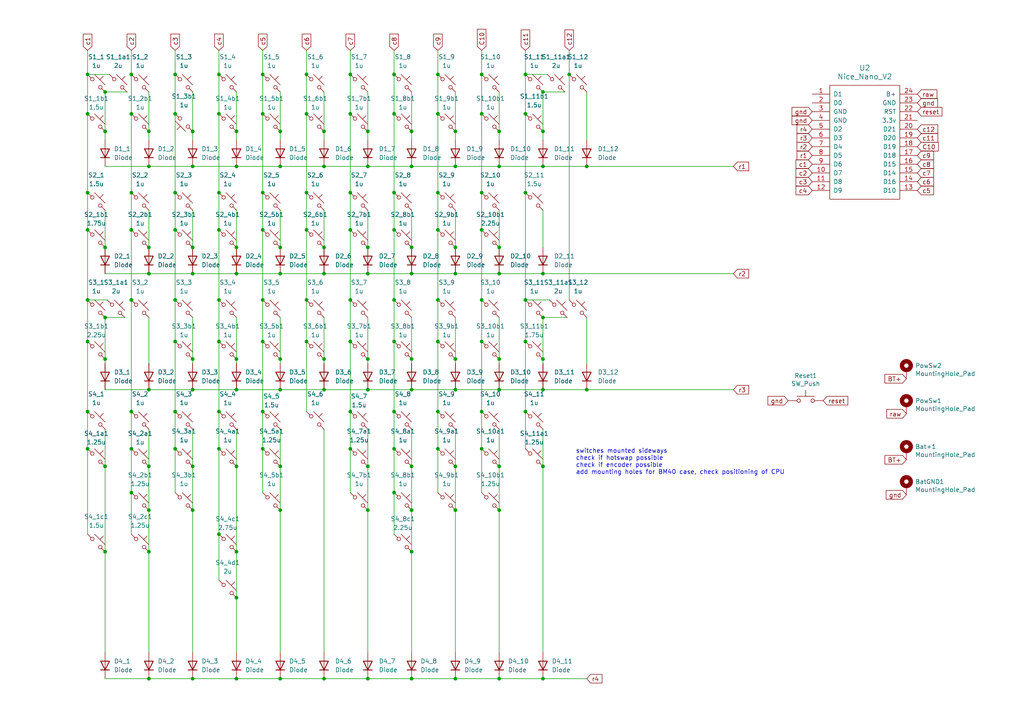
<source format=kicad_sch>
(kicad_sch (version 20230121) (generator eeschema)
  (paper "A4")
  (lib_symbols
    (symbol "Mechanical:MountingHole_Pad" (pin_numbers hide) (pin_names (offset 1.016) hide)
      (property "Reference" "H" (at 0 6.35 0))
      (property "Value" "MountingHole_Pad" (at 0 4.445 0))
      (symbol "MountingHole_Pad_1_1"
        (pin input line (at 0 -2.54 90) (length 2.54) (name "1") (number "1"))
      )
    )
    (symbol "ScottoKeebs:MCU_Nice_Nano_V2" (pin_names (offset 1.016))
      (property "Reference" "U" (at 0 0 0))
      (property "Value" "Nice_Nano_V2" (at 0 -19.05 0))
      (symbol "MCU_Nice_Nano_V2_1_1"
        (pin input line (at -15.24 13.97 0) (length 5.08) (name "D1") (number "1"))
        (pin input line (at -15.24 -8.89 0) (length 5.08) (name "D7") (number "10"))
        (pin input line (at -15.24 -11.43 0) (length 5.08) (name "D8") (number "11"))
        (pin input line (at -15.24 -13.97 0) (length 5.08) (name "D9") (number "12"))
        (pin input line (at 15.24 -13.97 180) (length 5.08) (name "D10") (number "13"))
        (pin input line (at 15.24 -11.43 180) (length 5.08) (name "D16") (number "14"))
        (pin input line (at 15.24 -8.89 180) (length 5.08) (name "D14") (number "15"))
        (pin input line (at 15.24 -6.35 180) (length 5.08) (name "D15") (number "16"))
        (pin input line (at 15.24 -3.81 180) (length 5.08) (name "D18") (number "17"))
        (pin input line (at 15.24 -1.27 180) (length 5.08) (name "D19") (number "18"))
        (pin input line (at 15.24 1.27 180) (length 5.08) (name "D20") (number "19"))
        (pin input line (at -15.24 11.43 0) (length 5.08) (name "D0") (number "2"))
        (pin input line (at 15.24 3.81 180) (length 5.08) (name "D21") (number "20"))
        (pin input line (at 15.24 6.35 180) (length 5.08) (name "3.3v") (number "21"))
        (pin input line (at 15.24 8.89 180) (length 5.08) (name "RST") (number "22"))
        (pin input line (at 15.24 11.43 180) (length 5.08) (name "GND") (number "23"))
        (pin input line (at 15.24 13.97 180) (length 5.08) (name "B+") (number "24"))
        (pin input line (at -15.24 8.89 0) (length 5.08) (name "GND") (number "3"))
        (pin input line (at -15.24 6.35 0) (length 5.08) (name "GND") (number "4"))
        (pin input line (at -15.24 3.81 0) (length 5.08) (name "D2") (number "5"))
        (pin input line (at -15.24 1.27 0) (length 5.08) (name "D3") (number "6"))
        (pin input line (at -15.24 -1.27 0) (length 5.08) (name "D4") (number "7"))
        (pin input line (at -15.24 -3.81 0) (length 5.08) (name "D5") (number "8"))
        (pin input line (at -15.24 -6.35 0) (length 5.08) (name "D6") (number "9"))
      )
    )
    (symbol "ScottoKeebs:Placeholder_Diode" (pin_numbers hide) (pin_names hide)
      (property "Reference" "D" (at 0 2.54 0))
      (property "Value" "Diode" (at 0 -2.54 0))
      (symbol "Placeholder_Diode_1_1"
        (pin passive line (at -3.81 0 0) (length 2.54) (name "K") (number "1"))
        (pin passive line (at 3.81 0 180) (length 2.54) (name "A") (number "2"))
      )
    )
    (symbol "ScottoKeebs:Placeholder_Keyswitch" (pin_numbers hide) (pin_names (offset 1.016) hide)
      (property "Reference" "S" (at 3.048 1.016 0))
      (property "Value" "Keyswitch" (at 0 -3.81 0))
      (symbol "Placeholder_Keyswitch_0_1"
        (pin passive line (at -2.54 2.54 0) (length 0) (name "1") (number "1"))
        (pin passive line (at 2.54 -2.54 180) (length 0) (name "2") (number "2"))
      )
    )
    (symbol "Switch:SW_Push" (pin_numbers hide) (pin_names (offset 1.016) hide)
      (property "Reference" "SW" (at 1.27 2.54 0))
      (property "Value" "SW_Push" (at 0 -1.524 0))
      (symbol "SW_Push_0_1"
        (pin passive line (at -5.08 0 0) (length 2.54) (name "1") (number "1"))
        (pin passive line (at 5.08 0 180) (length 2.54) (name "2") (number "2"))
      )
    )
  )
  (junction (at 144.78 147.955))
  (junction (at 25.4 130.175))
  (junction (at 114.3 55.88))
  (junction (at 157.48 26.67))
  (junction (at 170.18 113.03))
  (junction (at 144.78 135.255))
  (junction (at 114.3 33.02))
  (junction (at 55.88 104.14))
  (junction (at 139.7 33.02))
  (junction (at 50.8 119.38))
  (junction (at 139.7 66.675))
  (junction (at 50.8 66.675))
  (junction (at 101.6 130.175))
  (junction (at 144.78 71.755))
  (junction (at 81.28 196.85))
  (junction (at 63.5 154.94))
  (junction (at 101.6 66.675))
  (junction (at 30.48 71.755))
  (junction (at 55.88 48.26))
  (junction (at 101.6 99.06))
  (junction (at 43.18 196.85))
  (junction (at 38.1 55.88))
  (junction (at 106.68 113.03))
  (junction (at 132.08 79.375))
  (junction (at 119.38 196.85))
  (junction (at 93.98 79.375))
  (junction (at 88.9 86.995))
  (junction (at 63.5 33.02))
  (junction (at 119.38 48.26))
  (junction (at 50.8 33.02))
  (junction (at 68.58 79.375))
  (junction (at 63.5 99.06))
  (junction (at 50.8 55.88))
  (junction (at 88.9 99.06))
  (junction (at 106.68 104.14))
  (junction (at 30.48 92.075))
  (junction (at 55.88 147.955))
  (junction (at 170.18 48.26))
  (junction (at 76.2 55.88))
  (junction (at 127 66.675))
  (junction (at 127 99.06))
  (junction (at 114.3 99.06))
  (junction (at 68.58 196.85))
  (junction (at 152.4 21.59))
  (junction (at 43.18 71.755))
  (junction (at 81.28 113.03))
  (junction (at 25.4 33.02))
  (junction (at 43.18 48.26))
  (junction (at 38.1 33.02))
  (junction (at 119.38 71.755))
  (junction (at 114.3 21.59))
  (junction (at 63.5 119.38))
  (junction (at 157.48 135.255))
  (junction (at 68.58 113.03))
  (junction (at 152.4 99.06))
  (junction (at 68.58 135.255))
  (junction (at 127 86.995))
  (junction (at 144.78 196.85))
  (junction (at 68.58 160.02))
  (junction (at 93.98 104.14))
  (junction (at 55.88 71.755))
  (junction (at 132.08 38.1))
  (junction (at 119.38 160.02))
  (junction (at 127 119.38))
  (junction (at 25.4 119.38))
  (junction (at 63.5 66.675))
  (junction (at 139.7 21.59))
  (junction (at 165.1 21.59))
  (junction (at 76.2 130.175))
  (junction (at 101.6 86.995))
  (junction (at 119.38 113.03))
  (junction (at 81.28 48.26))
  (junction (at 88.9 33.02))
  (junction (at 132.08 113.03))
  (junction (at 43.18 147.955))
  (junction (at 119.38 79.375))
  (junction (at 25.4 99.06))
  (junction (at 106.68 79.375))
  (junction (at 152.4 55.88))
  (junction (at 93.98 38.1))
  (junction (at 81.28 135.255))
  (junction (at 139.7 99.06))
  (junction (at 50.8 130.175))
  (junction (at 81.28 147.955))
  (junction (at 157.48 196.85))
  (junction (at 139.7 55.88))
  (junction (at 132.08 48.26))
  (junction (at 144.78 113.03))
  (junction (at 50.8 99.06))
  (junction (at 76.2 99.06))
  (junction (at 68.58 104.14))
  (junction (at 114.3 119.38))
  (junction (at 114.3 86.995))
  (junction (at 68.58 71.755))
  (junction (at 55.88 79.375))
  (junction (at 106.68 38.1))
  (junction (at 127 130.175))
  (junction (at 152.4 33.02))
  (junction (at 157.48 92.075))
  (junction (at 43.18 160.02))
  (junction (at 114.3 66.675))
  (junction (at 55.88 196.85))
  (junction (at 101.6 119.38))
  (junction (at 43.18 135.255))
  (junction (at 157.48 38.1))
  (junction (at 132.08 104.14))
  (junction (at 81.28 104.14))
  (junction (at 152.4 119.38))
  (junction (at 25.4 21.59))
  (junction (at 157.48 48.26))
  (junction (at 25.4 86.995))
  (junction (at 30.48 26.67))
  (junction (at 38.1 119.38))
  (junction (at 76.2 21.59))
  (junction (at 68.58 48.26))
  (junction (at 76.2 86.995))
  (junction (at 93.98 48.26))
  (junction (at 55.88 38.1))
  (junction (at 114.3 142.875))
  (junction (at 127 55.88))
  (junction (at 119.38 135.255))
  (junction (at 81.28 38.1))
  (junction (at 106.68 135.255))
  (junction (at 144.78 38.1))
  (junction (at 81.28 79.375))
  (junction (at 30.48 38.1))
  (junction (at 88.9 66.675))
  (junction (at 93.98 196.85))
  (junction (at 76.2 33.02))
  (junction (at 139.7 130.175))
  (junction (at 101.6 21.59))
  (junction (at 38.1 66.675))
  (junction (at 38.1 130.175))
  (junction (at 127 33.02))
  (junction (at 157.48 104.14))
  (junction (at 144.78 79.375))
  (junction (at 38.1 21.59))
  (junction (at 25.4 66.675))
  (junction (at 43.18 113.03))
  (junction (at 114.3 130.175))
  (junction (at 68.58 173.355))
  (junction (at 30.48 135.255))
  (junction (at 106.68 48.26))
  (junction (at 43.18 79.375))
  (junction (at 101.6 55.88))
  (junction (at 93.98 71.755))
  (junction (at 30.48 160.02))
  (junction (at 43.18 38.1))
  (junction (at 132.08 196.85))
  (junction (at 139.7 119.38))
  (junction (at 119.38 38.1))
  (junction (at 93.98 113.03))
  (junction (at 106.68 71.755))
  (junction (at 132.08 71.755))
  (junction (at 63.5 86.995))
  (junction (at 157.48 113.03))
  (junction (at 38.1 142.875))
  (junction (at 68.58 38.1))
  (junction (at 119.38 104.14))
  (junction (at 25.4 55.88))
  (junction (at 55.88 113.03))
  (junction (at 76.2 119.38))
  (junction (at 144.78 104.14))
  (junction (at 127 21.59))
  (junction (at 106.68 196.85))
  (junction (at 157.48 79.375))
  (junction (at 152.4 86.995))
  (junction (at 76.2 66.675))
  (junction (at 38.1 86.995))
  (junction (at 30.48 104.14))
  (junction (at 132.08 135.255))
  (junction (at 63.5 21.59))
  (junction (at 50.8 86.995))
  (junction (at 144.78 48.26))
  (junction (at 106.68 147.955))
  (junction (at 81.28 71.755))
  (junction (at 101.6 33.02))
  (junction (at 88.9 21.59))
  (junction (at 50.8 21.59))
  (junction (at 88.9 55.88))
  (junction (at 132.08 147.955))
  (junction (at 55.88 135.255))
  (junction (at 63.5 130.175))
  (junction (at 139.7 86.995))
  (junction (at 63.5 55.88))
  (junction (at 119.38 147.955))
  (wire (pts (xy 76.2 99.06) (xy 76.2 119.38)))
  (wire (pts (xy 106.68 60.96) (xy 106.68 71.755)))
  (wire (pts (xy 152.4 21.59) (xy 158.75 21.59)))
  (wire (pts (xy 30.48 79.375) (xy 43.18 79.375)))
  (wire (pts (xy 119.38 135.255) (xy 119.38 147.955)))
  (wire (pts (xy 63.5 86.995) (xy 63.5 66.675)))
  (wire (pts (xy 63.5 99.06) (xy 63.5 119.38)))
  (wire (pts (xy 30.48 92.075) (xy 36.195 92.075)))
  (wire (pts (xy 106.68 38.1) (xy 106.68 26.67)))
  (wire (pts (xy 81.28 104.14) (xy 81.28 92.075)))
  (wire (pts (xy 43.18 38.1) (xy 43.18 26.67)))
  (wire (pts (xy 63.5 14.605) (xy 63.5 21.59)))
  (wire (pts (xy 81.28 113.03) (xy 93.98 113.03)))
  (wire (pts (xy 81.28 135.255) (xy 81.28 147.955)))
  (wire (pts (xy 38.1 33.02) (xy 38.1 21.59)))
  (wire (pts (xy 165.1 14.605) (xy 165.1 21.59)))
  (wire (pts (xy 127 14.605) (xy 127 21.59)))
  (wire (pts (xy 114.3 99.06) (xy 114.3 119.38)))
  (wire (pts (xy 170.18 113.03) (xy 212.725 113.03)))
  (wire (pts (xy 152.4 86.995) (xy 152.4 99.06)))
  (wire (pts (xy 132.08 104.14) (xy 132.08 92.075)))
  (wire (pts (xy 114.3 142.875) (xy 114.3 154.94)))
  (wire (pts (xy 139.7 66.675) (xy 139.7 86.995)))
  (wire (pts (xy 38.1 86.995) (xy 38.1 66.675)))
  (wire (pts (xy 114.3 119.38) (xy 114.3 130.175)))
  (wire (pts (xy 88.9 55.88) (xy 88.9 66.675)))
  (wire (pts (xy 132.08 40.64) (xy 132.08 38.1)))
  (wire (pts (xy 114.3 66.675) (xy 114.3 86.995)))
  (wire (pts (xy 127 21.59) (xy 127 33.02)))
  (wire (pts (xy 38.1 66.675) (xy 38.1 55.88)))
  (wire (pts (xy 63.5 33.02) (xy 63.5 21.59)))
  (wire (pts (xy 93.98 124.46) (xy 93.98 189.23)))
  (wire (pts (xy 144.78 196.85) (xy 157.48 196.85)))
  (wire (pts (xy 101.6 86.995) (xy 101.6 99.06)))
  (wire (pts (xy 63.5 154.94) (xy 63.5 168.275)))
  (wire (pts (xy 127 33.02) (xy 127 55.88)))
  (wire (pts (xy 132.08 135.255) (xy 132.08 124.46)))
  (wire (pts (xy 114.3 33.02) (xy 114.3 55.88)))
  (wire (pts (xy 30.48 60.96) (xy 30.48 71.755)))
  (wire (pts (xy 68.58 173.355) (xy 68.58 160.02)))
  (wire (pts (xy 157.48 92.075) (xy 164.465 92.075)))
  (wire (pts (xy 30.48 38.1) (xy 30.48 26.67)))
  (wire (pts (xy 81.28 40.64) (xy 81.28 38.1)))
  (wire (pts (xy 63.5 86.995) (xy 63.5 99.06)))
  (wire (pts (xy 139.7 21.59) (xy 139.7 33.02)))
  (wire (pts (xy 93.98 40.64) (xy 93.98 38.1)))
  (wire (pts (xy 93.98 196.85) (xy 106.68 196.85)))
  (wire (pts (xy 68.58 196.85) (xy 81.28 196.85)))
  (wire (pts (xy 139.7 14.605) (xy 139.7 21.59)))
  (wire (pts (xy 25.4 99.06) (xy 25.4 119.38)))
  (wire (pts (xy 25.4 66.675) (xy 25.4 55.88)))
  (wire (pts (xy 30.48 26.67) (xy 36.83 26.67)))
  (wire (pts (xy 30.48 40.64) (xy 30.48 38.1)))
  (wire (pts (xy 144.78 135.255) (xy 144.78 147.955)))
  (wire (pts (xy 119.38 105.41) (xy 119.38 104.14)))
  (wire (pts (xy 68.58 113.03) (xy 81.28 113.03)))
  (wire (pts (xy 170.18 26.67) (xy 170.18 40.64)))
  (wire (pts (xy 43.18 113.03) (xy 55.88 113.03)))
  (wire (pts (xy 132.08 48.26) (xy 144.78 48.26)))
  (wire (pts (xy 55.88 196.85) (xy 68.58 196.85)))
  (wire (pts (xy 93.98 79.375) (xy 106.68 79.375)))
  (wire (pts (xy 119.38 113.03) (xy 132.08 113.03)))
  (wire (pts (xy 132.08 147.955) (xy 132.08 189.23)))
  (wire (pts (xy 106.68 105.41) (xy 106.68 104.14)))
  (wire (pts (xy 144.78 189.23) (xy 144.78 147.955)))
  (wire (pts (xy 93.98 105.41) (xy 93.98 104.14)))
  (wire (pts (xy 68.58 135.255) (xy 68.58 124.46)))
  (wire (pts (xy 127 66.675) (xy 127 86.995)))
  (wire (pts (xy 63.5 130.175) (xy 63.5 154.94)))
  (wire (pts (xy 132.08 196.85) (xy 144.78 196.85)))
  (wire (pts (xy 43.18 189.23) (xy 43.18 160.02)))
  (wire (pts (xy 106.68 135.255) (xy 106.68 147.955)))
  (wire (pts (xy 106.68 147.955) (xy 106.68 189.23)))
  (wire (pts (xy 30.48 189.23) (xy 30.48 160.02)))
  (wire (pts (xy 25.4 130.175) (xy 25.4 154.94)))
  (wire (pts (xy 50.8 66.675) (xy 50.8 55.88)))
  (wire (pts (xy 119.38 60.96) (xy 119.38 71.755)))
  (wire (pts (xy 68.58 48.26) (xy 81.28 48.26)))
  (wire (pts (xy 132.08 113.03) (xy 144.78 113.03)))
  (wire (pts (xy 43.18 135.255) (xy 43.18 147.955)))
  (wire (pts (xy 63.5 66.675) (xy 63.5 55.88)))
  (wire (pts (xy 63.5 55.88) (xy 63.5 33.02)))
  (wire (pts (xy 119.38 38.1) (xy 119.38 26.67)))
  (wire (pts (xy 144.78 113.03) (xy 157.48 113.03)))
  (wire (pts (xy 132.08 105.41) (xy 132.08 104.14)))
  (wire (pts (xy 152.4 21.59) (xy 152.4 33.02)))
  (wire (pts (xy 139.7 99.06) (xy 139.7 119.38)))
  (wire (pts (xy 30.48 196.85) (xy 43.18 196.85)))
  (wire (pts (xy 152.4 55.88) (xy 152.4 86.995)))
  (wire (pts (xy 101.6 33.02) (xy 101.6 55.88)))
  (wire (pts (xy 68.58 40.64) (xy 68.58 38.1)))
  (wire (pts (xy 43.18 40.64) (xy 43.18 38.1)))
  (wire (pts (xy 119.38 79.375) (xy 132.08 79.375)))
  (wire (pts (xy 101.6 55.88) (xy 101.6 66.675)))
  (wire (pts (xy 157.48 105.41) (xy 157.48 104.14)))
  (wire (pts (xy 25.4 33.02) (xy 25.4 21.59)))
  (wire (pts (xy 25.4 21.59) (xy 31.75 21.59)))
  (wire (pts (xy 132.08 135.255) (xy 132.08 147.955)))
  (wire (pts (xy 81.28 38.1) (xy 81.28 26.67)))
  (wire (pts (xy 43.18 92.075) (xy 43.18 105.41)))
  (wire (pts (xy 30.48 124.46) (xy 30.48 135.255)))
  (wire (pts (xy 114.3 55.88) (xy 114.3 66.675)))
  (wire (pts (xy 157.48 113.03) (xy 170.18 113.03)))
  (wire (pts (xy 81.28 147.955) (xy 81.28 189.23)))
  (wire (pts (xy 81.28 196.85) (xy 93.98 196.85)))
  (wire (pts (xy 76.2 55.88) (xy 76.2 33.02)))
  (wire (pts (xy 55.88 48.26) (xy 68.58 48.26)))
  (wire (pts (xy 30.48 104.14) (xy 30.48 92.075)))
  (wire (pts (xy 132.08 79.375) (xy 144.78 79.375)))
  (wire (pts (xy 127 86.995) (xy 127 99.06)))
  (wire (pts (xy 38.1 119.38) (xy 38.1 130.175)))
  (wire (pts (xy 101.6 66.675) (xy 101.6 86.995)))
  (wire (pts (xy 55.88 135.255) (xy 55.88 124.46)))
  (wire (pts (xy 106.68 196.85) (xy 119.38 196.85)))
  (wire (pts (xy 144.78 38.1) (xy 144.78 26.67)))
  (wire (pts (xy 88.9 14.605) (xy 88.9 21.59)))
  (wire (pts (xy 139.7 33.02) (xy 139.7 55.88)))
  (wire (pts (xy 81.28 79.375) (xy 93.98 79.375)))
  (wire (pts (xy 25.4 14.605) (xy 25.4 21.59)))
  (wire (pts (xy 63.5 119.38) (xy 63.5 130.175)))
  (wire (pts (xy 157.48 196.85) (xy 170.18 196.85)))
  (wire (pts (xy 101.6 21.59) (xy 101.6 33.02)))
  (wire (pts (xy 170.18 105.41) (xy 170.18 92.075)))
  (wire (pts (xy 76.2 86.995) (xy 76.2 99.06)))
  (wire (pts (xy 76.2 33.02) (xy 76.2 21.59)))
  (wire (pts (xy 50.8 130.175) (xy 50.8 142.875)))
  (wire (pts (xy 55.88 135.255) (xy 55.88 147.955)))
  (wire (pts (xy 55.88 104.14) (xy 55.88 92.075)))
  (wire (pts (xy 50.8 119.38) (xy 50.8 130.175)))
  (wire (pts (xy 88.9 86.995) (xy 88.9 99.06)))
  (wire (pts (xy 157.48 189.23) (xy 157.48 135.255)))
  (wire (pts (xy 38.1 14.605) (xy 38.1 21.59)))
  (wire (pts (xy 88.9 21.59) (xy 88.9 33.02)))
  (wire (pts (xy 106.68 40.64) (xy 106.68 38.1)))
  (wire (pts (xy 88.9 33.02) (xy 88.9 55.88)))
  (wire (pts (xy 101.6 130.175) (xy 101.6 142.875)))
  (wire (pts (xy 106.68 79.375) (xy 119.38 79.375)))
  (wire (pts (xy 50.8 86.995) (xy 50.8 66.675)))
  (wire (pts (xy 68.58 105.41) (xy 68.58 104.14)))
  (wire (pts (xy 76.2 66.675) (xy 76.2 55.88)))
  (wire (pts (xy 38.1 142.875) (xy 38.1 154.94)))
  (wire (pts (xy 25.4 86.995) (xy 25.4 66.675)))
  (wire (pts (xy 157.48 38.1) (xy 157.48 26.67)))
  (wire (pts (xy 50.8 21.59) (xy 50.8 33.02)))
  (wire (pts (xy 157.48 60.96) (xy 157.48 71.755)))
  (wire (pts (xy 144.78 48.26) (xy 157.48 48.26)))
  (wire (pts (xy 68.58 38.1) (xy 68.58 26.67)))
  (wire (pts (xy 43.18 79.375) (xy 55.88 79.375)))
  (wire (pts (xy 152.4 119.38) (xy 152.4 130.175)))
  (wire (pts (xy 68.58 60.96) (xy 68.58 71.755)))
  (wire (pts (xy 127 119.38) (xy 127 130.175)))
  (wire (pts (xy 88.9 99.06) (xy 88.9 119.38)))
  (wire (pts (xy 55.88 26.67) (xy 55.88 38.1)))
  (wire (pts (xy 30.48 48.26) (xy 43.18 48.26)))
  (wire (pts (xy 76.2 119.38) (xy 76.2 130.175)))
  (wire (pts (xy 157.48 104.14) (xy 157.48 92.075)))
  (wire (pts (xy 157.48 79.375) (xy 212.725 79.375)))
  (wire (pts (xy 88.9 66.675) (xy 88.9 86.995)))
  (wire (pts (xy 144.78 40.64) (xy 144.78 38.1)))
  (wire (pts (xy 144.78 60.96) (xy 144.78 71.755)))
  (wire (pts (xy 101.6 14.605) (xy 101.6 21.59)))
  (wire (pts (xy 114.3 14.605) (xy 114.3 21.59)))
  (wire (pts (xy 127 55.88) (xy 127 66.675)))
  (wire (pts (xy 144.78 104.14) (xy 144.78 92.075)))
  (wire (pts (xy 114.3 86.995) (xy 114.3 99.06)))
  (wire (pts (xy 25.4 55.88) (xy 25.4 33.02)))
  (wire (pts (xy 93.98 60.96) (xy 93.98 71.755)))
  (wire (pts (xy 144.78 135.255) (xy 144.78 124.46)))
  (wire (pts (xy 106.68 113.03) (xy 119.38 113.03)))
  (wire (pts (xy 55.88 113.03) (xy 68.58 113.03)))
  (wire (pts (xy 93.98 48.26) (xy 106.68 48.26)))
  (wire (pts (xy 43.18 147.955) (xy 43.18 160.02)))
  (wire (pts (xy 93.98 113.03) (xy 106.68 113.03)))
  (wire (pts (xy 119.38 104.14) (xy 119.38 92.075)))
  (wire (pts (xy 55.88 60.96) (xy 55.88 71.755)))
  (wire (pts (xy 170.18 48.26) (xy 212.725 48.26)))
  (wire (pts (xy 106.68 104.14) (xy 106.68 92.075)))
  (wire (pts (xy 76.2 86.995) (xy 76.2 66.675)))
  (wire (pts (xy 114.3 21.59) (xy 114.3 33.02)))
  (wire (pts (xy 30.48 105.41) (xy 30.48 104.14)))
  (wire (pts (xy 55.88 79.375) (xy 68.58 79.375)))
  (wire (pts (xy 127 99.06) (xy 127 119.38)))
  (wire (pts (xy 43.18 135.255) (xy 43.18 124.46)))
  (wire (pts (xy 38.1 86.995) (xy 38.1 119.38)))
  (wire (pts (xy 157.48 135.255) (xy 157.48 124.46)))
  (wire (pts (xy 139.7 130.175) (xy 139.7 142.875)))
  (wire (pts (xy 119.38 196.85) (xy 132.08 196.85)))
  (wire (pts (xy 152.4 99.06) (xy 152.4 119.38)))
  (wire (pts (xy 157.48 40.64) (xy 157.48 38.1)))
  (wire (pts (xy 139.7 55.88) (xy 139.7 66.675)))
  (wire (pts (xy 101.6 119.38) (xy 101.6 130.175)))
  (wire (pts (xy 119.38 40.64) (xy 119.38 38.1)))
  (wire (pts (xy 25.4 86.995) (xy 25.4 99.06)))
  (wire (pts (xy 81.28 105.41) (xy 81.28 104.14)))
  (wire (pts (xy 55.88 105.41) (xy 55.88 104.14)))
  (wire (pts (xy 76.2 14.605) (xy 76.2 21.59)))
  (wire (pts (xy 38.1 55.88) (xy 38.1 33.02)))
  (wire (pts (xy 119.38 147.955) (xy 119.38 160.02)))
  (wire (pts (xy 119.38 160.02) (xy 119.38 189.23)))
  (wire (pts (xy 68.58 173.355) (xy 68.58 189.23)))
  (wire (pts (xy 68.58 135.255) (xy 68.58 160.02)))
  (wire (pts (xy 43.18 60.96) (xy 43.18 71.755)))
  (wire (pts (xy 50.8 33.02) (xy 50.8 55.88)))
  (wire (pts (xy 127 130.175) (xy 127 142.875)))
  (wire (pts (xy 144.78 79.375) (xy 157.48 79.375)))
  (wire (pts (xy 157.48 48.26) (xy 170.18 48.26)))
  (wire (pts (xy 119.38 135.255) (xy 119.38 124.46)))
  (wire (pts (xy 106.68 135.255) (xy 106.68 124.46)))
  (wire (pts (xy 119.38 48.26) (xy 132.08 48.26)))
  (wire (pts (xy 152.4 86.995) (xy 159.385 86.995)))
  (wire (pts (xy 152.4 33.02) (xy 152.4 55.88)))
  (wire (pts (xy 101.6 99.06) (xy 101.6 119.38)))
  (wire (pts (xy 132.08 60.96) (xy 132.08 71.755)))
  (wire (pts (xy 93.98 104.14) (xy 93.98 92.075)))
  (wire (pts (xy 55.88 38.1) (xy 55.88 40.64)))
  (wire (pts (xy 114.3 130.175) (xy 114.3 142.875)))
  (wire (pts (xy 68.58 104.14) (xy 68.58 92.075)))
  (wire (pts (xy 106.68 48.26) (xy 119.38 48.26)))
  (wire (pts (xy 30.48 113.03) (xy 43.18 113.03)))
  (wire (pts (xy 93.98 38.1) (xy 93.98 26.67)))
  (wire (pts (xy 68.58 79.375) (xy 81.28 79.375)))
  (wire (pts (xy 55.88 147.955) (xy 55.88 189.23)))
  (wire (pts (xy 50.8 14.605) (xy 50.8 21.59)))
  (wire (pts (xy 157.48 26.67) (xy 163.83 26.67)))
  (wire (pts (xy 81.28 135.255) (xy 81.28 124.46)))
  (wire (pts (xy 165.1 21.59) (xy 165.1 86.995)))
  (wire (pts (xy 30.48 135.255) (xy 30.48 160.02)))
  (wire (pts (xy 50.8 86.995) (xy 50.8 99.06)))
  (wire (pts (xy 139.7 119.38) (xy 139.7 130.175)))
  (wire (pts (xy 25.4 119.38) (xy 25.4 130.175)))
  (wire (pts (xy 43.18 196.85) (xy 55.88 196.85)))
  (wire (pts (xy 152.4 14.605) (xy 152.4 21.59)))
  (wire (pts (xy 76.2 130.175) (xy 76.2 142.875)))
  (wire (pts (xy 144.78 105.41) (xy 144.78 104.14)))
  (wire (pts (xy 38.1 130.175) (xy 38.1 142.875)))
  (wire (pts (xy 43.18 48.26) (xy 55.88 48.26)))
  (wire (pts (xy 132.08 38.1) (xy 132.08 26.67)))
  (wire (pts (xy 81.28 48.26) (xy 93.98 48.26)))
  (wire (pts (xy 25.4 86.995) (xy 31.115 86.995)))
  (wire (pts (xy 139.7 86.995) (xy 139.7 99.06)))
  (wire (pts (xy 50.8 99.06) (xy 50.8 119.38)))
  (wire (pts (xy 81.28 60.96) (xy 81.28 71.755)))
  (text "switches mounted sideways\ncheck if hotswap possible\ncheck if encoder possible\nadd mounting holes for BM40 case, check positioning of CPU" (at 167.005 137.795 0) (effects (font (size 1.27 1.27)) (justify left bottom)))
  (global_label "r3" (shape input) (at 235.585 40.005 180) (property "Intersheetrefs" "${INTERSHEET_REFS}" (effects hide)))
  (global_label "c4" (shape input) (at 63.5 14.605 90) (property "Intersheetrefs" "${INTERSHEET_REFS}" (effects hide)))
  (global_label "c8" (shape input) (at 266.065 47.625 0) (property "Intersheetrefs" "${INTERSHEET_REFS}" (effects hide)))
  (global_label "r1" (shape input) (at 212.725 48.26 0) (property "Intersheetrefs" "${INTERSHEET_REFS}" (effects hide)))
  (global_label "c2" (shape input) (at 235.585 50.165 180) (property "Intersheetrefs" "${INTERSHEET_REFS}" (effects hide)))
  (global_label "c4" (shape input) (at 235.585 55.245 180) (property "Intersheetrefs" "${INTERSHEET_REFS}" (effects hide)))
  (global_label "c2" (shape input) (at 38.1 14.605 90) (property "Intersheetrefs" "${INTERSHEET_REFS}" (effects hide)))
  (global_label "c6" (shape input) (at 88.9 14.605 90) (property "Intersheetrefs" "${INTERSHEET_REFS}" (effects hide)))
  (global_label "c12" (shape input) (at 165.1 14.605 90) (property "Intersheetrefs" "${INTERSHEET_REFS}" (effects hide)))
  (global_label "r1" (shape input) (at 235.585 45.085 180) (property "Intersheetrefs" "${INTERSHEET_REFS}" (effects hide)))
  (global_label "c9" (shape input) (at 127 14.605 90) (property "Intersheetrefs" "${INTERSHEET_REFS}" (effects hide)))
  (global_label "gnd" (shape input) (at 262.89 143.51 180) (property "Intersheetrefs" "${INTERSHEET_REFS}" (effects hide)))
  (global_label "reset" (shape input) (at 238.76 116.205 0) (property "Intersheetrefs" "${INTERSHEET_REFS}" (effects hide)))
  (global_label "c11" (shape input) (at 266.065 40.005 0) (property "Intersheetrefs" "${INTERSHEET_REFS}" (effects hide)))
  (global_label "c3" (shape input) (at 50.8 14.605 90) (property "Intersheetrefs" "${INTERSHEET_REFS}" (effects hide)))
  (global_label "reset" (shape input) (at 266.065 32.385 0) (property "Intersheetrefs" "${INTERSHEET_REFS}" (effects hide)))
  (global_label "c1" (shape input) (at 235.585 47.625 180) (property "Intersheetrefs" "${INTERSHEET_REFS}" (effects hide)))
  (global_label "c3" (shape input) (at 235.585 52.705 180) (property "Intersheetrefs" "${INTERSHEET_REFS}" (effects hide)))
  (global_label "BT+" (shape input) (at 262.89 133.35 180) (property "Intersheetrefs" "${INTERSHEET_REFS}" (effects hide)))
  (global_label "c8" (shape input) (at 114.3 14.605 90) (property "Intersheetrefs" "${INTERSHEET_REFS}" (effects hide)))
  (global_label "gnd" (shape input) (at 235.585 32.385 180) (property "Intersheetrefs" "${INTERSHEET_REFS}" (effects hide)))
  (global_label "C10" (shape input) (at 266.065 42.545 0) (property "Intersheetrefs" "${INTERSHEET_REFS}" (effects hide)))
  (global_label "c5" (shape input) (at 76.2 14.605 90) (property "Intersheetrefs" "${INTERSHEET_REFS}" (effects hide)))
  (global_label "r3" (shape input) (at 212.725 113.03 0) (property "Intersheetrefs" "${INTERSHEET_REFS}" (effects hide)))
  (global_label "c7" (shape input) (at 266.065 50.165 0) (property "Intersheetrefs" "${INTERSHEET_REFS}" (effects hide)))
  (global_label "raw" (shape input) (at 266.065 27.305 0) (property "Intersheetrefs" "${INTERSHEET_REFS}" (effects hide)))
  (global_label "r4" (shape input) (at 170.18 196.85 0) (property "Intersheetrefs" "${INTERSHEET_REFS}" (effects hide)))
  (global_label "gnd" (shape input) (at 266.065 29.845 0) (property "Intersheetrefs" "${INTERSHEET_REFS}" (effects hide)))
  (global_label "c7" (shape input) (at 101.6 14.605 90) (property "Intersheetrefs" "${INTERSHEET_REFS}" (effects hide)))
  (global_label "BT+" (shape input) (at 262.89 109.855 180) (property "Intersheetrefs" "${INTERSHEET_REFS}" (effects hide)))
  (global_label "c5" (shape input) (at 266.065 55.245 0) (property "Intersheetrefs" "${INTERSHEET_REFS}" (effects hide)))
  (global_label "C10" (shape input) (at 139.7 14.605 90) (property "Intersheetrefs" "${INTERSHEET_REFS}" (effects hide)))
  (global_label "c6" (shape input) (at 266.065 52.705 0) (property "Intersheetrefs" "${INTERSHEET_REFS}" (effects hide)))
  (global_label "r2" (shape input) (at 235.585 42.545 180) (property "Intersheetrefs" "${INTERSHEET_REFS}" (effects hide)))
  (global_label "c9" (shape input) (at 266.065 45.085 0) (property "Intersheetrefs" "${INTERSHEET_REFS}" (effects hide)))
  (global_label "gnd" (shape input) (at 228.6 116.205 180) (property "Intersheetrefs" "${INTERSHEET_REFS}" (effects hide)))
  (global_label "c11" (shape input) (at 152.4 14.605 90) (property "Intersheetrefs" "${INTERSHEET_REFS}" (effects hide)))
  (global_label "gnd" (shape input) (at 235.585 34.925 180) (property "Intersheetrefs" "${INTERSHEET_REFS}" (effects hide)))
  (global_label "raw" (shape input) (at 262.89 120.015 180) (property "Intersheetrefs" "${INTERSHEET_REFS}" (effects hide)))
  (global_label "r2" (shape input) (at 212.725 79.375 0) (property "Intersheetrefs" "${INTERSHEET_REFS}" (effects hide)))
  (global_label "c12" (shape input) (at 266.065 37.465 0) (property "Intersheetrefs" "${INTERSHEET_REFS}" (effects hide)))
  (global_label "c1" (shape input) (at 25.4 14.605 90) (property "Intersheetrefs" "${INTERSHEET_REFS}" (effects hide)))
  (global_label "r4" (shape input) (at 235.585 37.465 180) (property "Intersheetrefs" "${INTERSHEET_REFS}" (effects hide)))
  (symbol (lib_id "ScottoKeebs:Placeholder_Keyswitch") (at 53.34 58.42 0) (unit 1)
    (property "Reference" "S2_3" (at 53.34 50.8 0))
    (property "Value" "1u" (at 53.34 53.34 0))
    (property "Footprint" "ScottoKeebs_MX:MX_PCB_1.00u" (effects hide))
  )
  (symbol (lib_id "ScottoKeebs:Placeholder_Diode") (at 144.78 44.45 90) (unit 1)
    (property "Reference" "D1_10" (at 147.955 43.18 90) (effects (justify right)))
    (property "Value" "Diode" (at 147.955 45.72 90) (effects (justify right)))
    (property "Footprint" "ScottoKeebs_Components:Diode_DO-35" (effects hide))
    (property "Sim.Device" "D" (effects hide))
    (property "Sim.Pins" "1=K 2=A" (effects hide))
  )
  (symbol (lib_id "ScottoKeebs:Placeholder_Diode") (at 157.48 193.04 90) (unit 1)
    (property "Reference" "D4_11" (at 160.02 191.77 90) (effects (justify right)))
    (property "Value" "Diode" (at 160.02 194.31 90) (effects (justify right)))
    (property "Footprint" "ScottoKeebs_Components:Diode_DO-35" (effects hide))
    (property "Sim.Device" "D" (effects hide))
    (property "Sim.Pins" "1=K 2=A" (effects hide))
  )
  (symbol (lib_id "ScottoKeebs:Placeholder_Diode") (at 144.78 75.565 90) (unit 1)
    (property "Reference" "D2_10" (at 147.955 74.295 90) (effects (justify right)))
    (property "Value" "Diode" (at 147.955 76.835 90) (effects (justify right)))
    (property "Footprint" "ScottoKeebs_Components:Diode_DO-35" (effects hide))
    (property "Sim.Device" "D" (effects hide))
    (property "Sim.Pins" "1=K 2=A" (effects hide))
  )
  (symbol (lib_id "ScottoKeebs:Placeholder_Keyswitch") (at 104.14 35.56 0) (unit 1)
    (property "Reference" "S1_7b1" (at 104.14 28.575 0))
    (property "Value" "1u" (at 104.14 31.115 0))
    (property "Footprint" "ScottoKeebs_MX:MX_PCB_1.00u" (effects hide))
  )
  (symbol (lib_id "ScottoKeebs:Placeholder_Keyswitch") (at 53.34 24.13 0) (unit 1)
    (property "Reference" "S1_3" (at 53.34 16.51 0))
    (property "Value" "1u" (at 53.34 19.05 0))
    (property "Footprint" "ScottoKeebs_MX:MX_PCB_1.00u" (effects hide))
  )
  (symbol (lib_id "ScottoKeebs:Placeholder_Keyswitch") (at 104.14 132.715 0) (unit 1)
    (property "Reference" "S4_7a1" (at 104.14 125.095 0))
    (property "Value" "1.25u" (at 104.14 127.635 0))
    (property "Footprint" "ScottoKeebs_MX:MX_PCB_1.25u_90deg" (effects hide))
  )
  (symbol (lib_id "ScottoKeebs:Placeholder_Keyswitch") (at 66.04 132.715 0) (unit 1)
    (property "Reference" "S4_4a1" (at 66.04 125.095 0))
    (property "Value" "1u" (at 66.04 127.635 0))
    (property "Footprint" "ScottoKeebs_MX:MX_PCB_1.00u" (effects hide))
  )
  (symbol (lib_id "ScottoKeebs:Placeholder_Keyswitch") (at 40.64 58.42 0) (unit 1)
    (property "Reference" "S2_2" (at 40.64 50.8 0))
    (property "Value" "1u" (at 40.64 53.34 0))
    (property "Footprint" "ScottoKeebs_MX:MX_PCB_1.00u" (effects hide))
  )
  (symbol (lib_id "ScottoKeebs:Placeholder_Diode") (at 93.98 193.04 90) (unit 1)
    (property "Reference" "D4_6" (at 97.155 191.77 90) (effects (justify right)))
    (property "Value" "Diode" (at 97.155 194.31 90) (effects (justify right)))
    (property "Footprint" "ScottoKeebs_Components:Diode_DO-35" (effects hide))
    (property "Sim.Device" "D" (effects hide))
    (property "Sim.Pins" "1=K 2=A" (effects hide))
  )
  (symbol (lib_id "ScottoKeebs:Placeholder_Diode") (at 43.18 193.04 90) (unit 1)
    (property "Reference" "D4_2" (at 45.72 191.77 90) (effects (justify right)))
    (property "Value" "Diode" (at 45.72 194.31 90) (effects (justify right)))
    (property "Footprint" "ScottoKeebs_Components:Diode_DO-35" (effects hide))
    (property "Sim.Device" "D" (effects hide))
    (property "Sim.Pins" "1=K 2=A" (effects hide))
  )
  (symbol (lib_id "ScottoKeebs:Placeholder_Keyswitch") (at 116.84 58.42 0) (unit 1)
    (property "Reference" "S2_8" (at 116.84 50.8 0))
    (property "Value" "1u" (at 116.84 53.34 0))
    (property "Footprint" "ScottoKeebs_MX:MX_PCB_1.00u" (effects hide))
  )
  (symbol (lib_id "ScottoKeebs:Placeholder_Keyswitch") (at 154.94 121.92 0) (unit 1)
    (property "Reference" "S4_11" (at 154.94 114.3 0))
    (property "Value" "1u" (at 154.94 116.84 0))
    (property "Footprint" "ScottoKeebs_MX:MX_PCB_1.00u" (effects hide))
  )
  (symbol (lib_id "ScottoKeebs:Placeholder_Keyswitch") (at 104.14 101.6 0) (unit 1)
    (property "Reference" "S3_7b1" (at 104.14 94.615 0))
    (property "Value" "1u" (at 104.14 97.155 0))
    (property "Footprint" "ScottoKeebs_MX:MX_PCB_1.00u" (effects hide))
  )
  (symbol (lib_id "ScottoKeebs:Placeholder_Diode") (at 93.98 109.22 90) (unit 1)
    (property "Reference" "D3_6" (at 97.155 107.95 90) (effects (justify right)))
    (property "Value" "Diode" (at 97.155 110.49 90) (effects (justify right)))
    (property "Footprint" "ScottoKeebs_Components:Diode_DO-35" (effects hide))
    (property "Sim.Device" "D" (effects hide))
    (property "Sim.Pins" "1=K 2=A" (effects hide))
  )
  (symbol (lib_id "ScottoKeebs:Placeholder_Keyswitch") (at 116.84 35.56 0) (unit 1)
    (property "Reference" "S1_8b1" (at 116.84 28.575 0))
    (property "Value" "1u" (at 116.84 31.115 0))
    (property "Footprint" "ScottoKeebs_MX:MX_PCB_1.00u" (effects hide))
  )
  (symbol (lib_id "ScottoKeebs:Placeholder_Keyswitch") (at 66.04 58.42 0) (unit 1)
    (property "Reference" "S2_4" (at 66.04 50.8 0))
    (property "Value" "1u" (at 66.04 53.34 0))
    (property "Footprint" "ScottoKeebs_MX:MX_PCB_1.00u" (effects hide))
  )
  (symbol (lib_id "ScottoKeebs:Placeholder_Diode") (at 157.48 109.22 90) (unit 1)
    (property "Reference" "D3_11" (at 160.655 107.95 90) (effects (justify right)))
    (property "Value" "Diode" (at 160.655 110.49 90) (effects (justify right)))
    (property "Footprint" "ScottoKeebs_Components:Diode_DO-35" (effects hide))
    (property "Sim.Device" "D" (effects hide))
    (property "Sim.Pins" "1=K 2=A" (effects hide))
  )
  (symbol (lib_id "ScottoKeebs:Placeholder_Keyswitch") (at 91.44 35.56 0) (unit 1)
    (property "Reference" "S1_6b1" (at 91.44 28.575 0))
    (property "Value" "1u" (at 91.44 31.115 0))
    (property "Footprint" "ScottoKeebs_MX:MX_PCB_1.00u" (effects hide))
  )
  (symbol (lib_id "ScottoKeebs:Placeholder_Keyswitch") (at 142.24 101.6 0) (unit 1)
    (property "Reference" "S3_10b1" (at 142.24 94.615 0))
    (property "Value" "1u" (at 142.24 97.155 0))
    (property "Footprint" "ScottoKeebs_MX:MX_PCB_1.00u" (effects hide))
  )
  (symbol (lib_id "ScottoKeebs:Placeholder_Keyswitch") (at 116.84 69.215 0) (unit 1)
    (property "Reference" "S2_8b1" (at 116.84 62.23 0))
    (property "Value" "1u" (at 116.84 64.77 0))
    (property "Footprint" "ScottoKeebs_MX:MX_PCB_1.00u" (effects hide))
  )
  (symbol (lib_id "ScottoKeebs:Placeholder_Diode") (at 81.28 109.22 90) (unit 1)
    (property "Reference" "D3_5" (at 83.82 107.95 90) (effects (justify right)))
    (property "Value" "Diode" (at 83.82 110.49 90) (effects (justify right)))
    (property "Footprint" "ScottoKeebs_Components:Diode_DO-35" (effects hide))
    (property "Sim.Device" "D" (effects hide))
    (property "Sim.Pins" "1=K 2=A" (effects hide))
  )
  (symbol (lib_id "ScottoKeebs:Placeholder_Diode") (at 55.88 109.22 90) (unit 1)
    (property "Reference" "D3_3" (at 58.42 107.95 90) (effects (justify right)))
    (property "Value" "Diode" (at 58.42 110.49 90) (effects (justify right)))
    (property "Footprint" "ScottoKeebs_Components:Diode_DO-35" (effects hide))
    (property "Sim.Device" "D" (effects hide))
    (property "Sim.Pins" "1=K 2=A" (effects hide))
  )
  (symbol (lib_id "ScottoKeebs:Placeholder_Keyswitch") (at 53.34 145.415 0) (unit 1)
    (property "Reference" "S4_3b1" (at 53.34 137.795 0))
    (property "Value" "1u" (at 53.34 140.335 0))
    (property "Footprint" "ScottoKeebs_MX:MX_PCB_1.00u" (effects hide))
  )
  (symbol (lib_id "ScottoKeebs:Placeholder_Keyswitch") (at 129.54 132.715 0) (unit 1)
    (property "Reference" "S4_9a1" (at 129.54 125.095 0))
    (property "Value" "1u" (at 129.54 127.635 0))
    (property "Footprint" "ScottoKeebs_MX:MX_PCB_1.00u" (effects hide))
  )
  (symbol (lib_id "ScottoKeebs:Placeholder_Keyswitch") (at 78.74 145.415 0) (unit 1)
    (property "Reference" "S4_5b1" (at 78.74 137.795 0))
    (property "Value" "1u" (at 78.74 140.335 0))
    (property "Footprint" "ScottoKeebs_MX:MX_PCB_1.00u" (effects hide))
  )
  (symbol (lib_id "ScottoKeebs:Placeholder_Keyswitch") (at 27.94 69.215 0) (unit 1)
    (property "Reference" "S2_1b1" (at 27.94 62.23 0))
    (property "Value" "1.75u" (at 27.94 64.77 0))
    (property "Footprint" "ScottoKeebs_MX:MX_PCB_1.75u_90deg" (effects hide))
  )
  (symbol (lib_id "ScottoKeebs:Placeholder_Keyswitch") (at 116.84 121.92 0) (unit 1)
    (property "Reference" "S4_8" (at 116.84 114.3 0))
    (property "Value" "1u" (at 116.84 116.84 0))
    (property "Footprint" "ScottoKeebs_MX:MX_PCB_1.00u" (effects hide))
  )
  (symbol (lib_id "ScottoKeebs:Placeholder_Keyswitch") (at 142.24 69.215 0) (unit 1)
    (property "Reference" "S2_10b1" (at 142.24 62.23 0))
    (property "Value" "2.25u" (at 142.24 64.77 0))
    (property "Footprint" "ScottoKeebs_MX:MX_PCB_2.25u_90deg" (effects hide))
  )
  (symbol (lib_id "ScottoKeebs:Placeholder_Keyswitch") (at 91.44 121.92 0) (unit 1)
    (property "Reference" "S4_6" (at 91.44 114.3 0))
    (property "Value" "1u" (at 91.44 116.84 0))
    (property "Footprint" "ScottoKeebs_MX:MX_PCB_1.00u" (effects hide))
  )
  (symbol (lib_id "ScottoKeebs:Placeholder_Keyswitch") (at 161.29 24.13 0) (unit 1)
    (property "Reference" "S1_11a1" (at 161.29 16.51 0))
    (property "Value" "2u" (at 161.29 19.05 0))
    (property "Footprint" "ScottoKeebs_MX:MX_PCB_2.00u_90deg" (effects hide))
  )
  (symbol (lib_id "ScottoKeebs:Placeholder_Keyswitch") (at 154.94 24.13 0) (unit 1)
    (property "Reference" "S1_11" (at 154.94 16.51 0))
    (property "Value" "1u" (at 154.94 19.05 0))
    (property "Footprint" "ScottoKeebs_MX:MX_PCB_1.00u" (effects hide))
  )
  (symbol (lib_id "ScottoKeebs:Placeholder_Diode") (at 119.38 44.45 90) (unit 1)
    (property "Reference" "D1_8" (at 122.555 43.18 90) (effects (justify right)))
    (property "Value" "Diode" (at 122.555 45.72 90) (effects (justify right)))
    (property "Footprint" "ScottoKeebs_Components:Diode_DO-35" (effects hide))
    (property "Sim.Device" "D" (effects hide))
    (property "Sim.Pins" "1=K 2=A" (effects hide))
  )
  (symbol (lib_id "ScottoKeebs:Placeholder_Diode") (at 106.68 75.565 90) (unit 1)
    (property "Reference" "D2_7" (at 109.855 74.295 90) (effects (justify right)))
    (property "Value" "Diode" (at 109.855 76.835 90) (effects (justify right)))
    (property "Footprint" "ScottoKeebs_Components:Diode_DO-35" (effects hide))
    (property "Sim.Device" "D" (effects hide))
    (property "Sim.Pins" "1=K 2=A" (effects hide))
  )
  (symbol (lib_id "ScottoKeebs:Placeholder_Keyswitch") (at 66.04 170.815 0) (unit 1)
    (property "Reference" "S4_4d1" (at 66.04 163.195 0))
    (property "Value" "2u" (at 66.04 165.735 0))
    (property "Footprint" "ScottoKeebs_MX:MX_PCB_2.00u_90deg" (effects hide))
  )
  (symbol (lib_id "ScottoKeebs:Placeholder_Keyswitch") (at 78.74 89.535 0) (unit 1)
    (property "Reference" "S3_5" (at 78.74 81.915 0))
    (property "Value" "1u" (at 78.74 84.455 0))
    (property "Footprint" "ScottoKeebs_MX:MX_PCB_1.00u" (effects hide))
  )
  (symbol (lib_id "ScottoKeebs:Placeholder_Keyswitch") (at 104.14 121.92 0) (unit 1)
    (property "Reference" "S4_7" (at 104.14 114.935 0))
    (property "Value" "1.5u" (at 104.14 117.475 0))
    (property "Footprint" "ScottoKeebs_MX:MX_PCB_1.50u_90deg" (effects hide))
  )
  (symbol (lib_id "ScottoKeebs:Placeholder_Diode") (at 144.78 109.22 90) (unit 1)
    (property "Reference" "D3_10" (at 147.955 107.95 90) (effects (justify right)))
    (property "Value" "Diode" (at 147.955 110.49 90) (effects (justify right)))
    (property "Footprint" "ScottoKeebs_Components:Diode_DO-35" (effects hide))
    (property "Sim.Device" "D" (effects hide))
    (property "Sim.Pins" "1=K 2=A" (effects hide))
  )
  (symbol (lib_id "ScottoKeebs:Placeholder_Keyswitch") (at 129.54 89.535 0) (unit 1)
    (property "Reference" "S3_9" (at 129.54 81.915 0))
    (property "Value" "1u" (at 129.54 84.455 0))
    (property "Footprint" "ScottoKeebs_MX:MX_PCB_1.00u" (effects hide))
  )
  (symbol (lib_id "ScottoKeebs:Placeholder_Keyswitch") (at 40.64 121.92 0) (unit 1)
    (property "Reference" "S4_2" (at 40.64 114.3 0))
    (property "Value" "1u" (at 40.64 116.84 0))
    (property "Footprint" "ScottoKeebs_MX:MX_PCB_1.00u" (effects hide))
  )
  (symbol (lib_id "ScottoKeebs:Placeholder_Keyswitch") (at 40.64 24.13 0) (unit 1)
    (property "Reference" "S1_2" (at 40.64 16.51 0))
    (property "Value" "1u" (at 40.64 19.05 0))
    (property "Footprint" "ScottoKeebs_MX:MX_PCB_1.00u" (effects hide))
  )
  (symbol (lib_id "ScottoKeebs:Placeholder_Diode") (at 119.38 109.22 90) (unit 1)
    (property "Reference" "D3_8" (at 122.555 107.95 90) (effects (justify right)))
    (property "Value" "Diode" (at 122.555 110.49 90) (effects (justify right)))
    (property "Footprint" "ScottoKeebs_Components:Diode_DO-35" (effects hide))
    (property "Sim.Device" "D" (effects hide))
    (property "Sim.Pins" "1=K 2=A" (effects hide))
  )
  (symbol (lib_id "ScottoKeebs:Placeholder_Diode") (at 43.18 109.22 90) (unit 1)
    (property "Reference" "D3_2" (at 45.72 107.95 90) (effects (justify right)))
    (property "Value" "Diode" (at 45.72 110.49 90) (effects (justify right)))
    (property "Footprint" "ScottoKeebs_Components:Diode_DO-35" (effects hide))
    (property "Sim.Device" "D" (effects hide))
    (property "Sim.Pins" "1=K 2=A" (effects hide))
  )
  (symbol (lib_id "ScottoKeebs:Placeholder_Keyswitch") (at 91.44 58.42 0) (unit 1)
    (property "Reference" "S2_6" (at 91.44 50.8 0))
    (property "Value" "1u" (at 91.44 53.34 0))
    (property "Footprint" "ScottoKeebs_MX:MX_PCB_1.00u" (effects hide))
  )
  (symbol (lib_id "ScottoKeebs:Placeholder_Diode") (at 55.88 75.565 90) (unit 1)
    (property "Reference" "D2_3" (at 58.42 74.295 90) (effects (justify right)))
    (property "Value" "Diode" (at 58.42 76.835 90) (effects (justify right)))
    (property "Footprint" "ScottoKeebs_Components:Diode_DO-35" (effects hide))
    (property "Sim.Device" "D" (effects hide))
    (property "Sim.Pins" "1=K 2=A" (effects hide))
  )
  (symbol (lib_id "Mechanical:MountingHole_Pad") (at 262.89 130.81 0) (unit 1)
    (property "Reference" "Bat+1" (at 265.43 129.5654 0) (effects (justify left)))
    (property "Value" "MountingHole_Pad" (at 265.43 131.8768 0) (effects (justify left)))
    (property "Footprint" "Connector_Wire:SolderWire-1sqmm_1x01_D1.4mm_OD2.7mm" (effects hide))
  )
  (symbol (lib_id "Mechanical:MountingHole_Pad") (at 262.89 117.475 0) (unit 1)
    (property "Reference" "PowSw1" (at 265.43 116.2304 0) (effects (justify left)))
    (property "Value" "MountingHole_Pad" (at 265.43 118.5418 0) (effects (justify left)))
    (property "Footprint" "Connector_Wire:SolderWire-1sqmm_1x01_D1.4mm_OD2.7mm" (effects hide))
  )
  (symbol (lib_id "ScottoKeebs:Placeholder_Keyswitch") (at 66.04 35.56 0) (unit 1)
    (property "Reference" "S1_4b1" (at 66.04 28.575 0))
    (property "Value" "1u" (at 66.04 31.115 0))
    (property "Footprint" "ScottoKeebs_MX:MX_PCB_1.00u" (effects hide))
  )
  (symbol (lib_id "ScottoKeebs:Placeholder_Keyswitch") (at 154.94 89.535 0) (unit 1)
    (property "Reference" "S3_11" (at 154.94 81.915 0))
    (property "Value" "1u" (at 154.94 84.455 0))
    (property "Footprint" "ScottoKeebs_MX:MX_PCB_1.00u" (effects hide))
  )
  (symbol (lib_id "ScottoKeebs:Placeholder_Keyswitch") (at 154.94 58.42 0) (unit 1)
    (property "Reference" "S2_11" (at 154.94 50.8 0))
    (property "Value" "1.5u" (at 154.94 53.34 0))
    (property "Footprint" "ScottoKeebs_MX:MX_PCB_1.50u_90deg" (effects hide))
  )
  (symbol (lib_id "ScottoKeebs:Placeholder_Keyswitch") (at 104.14 24.13 0) (unit 1)
    (property "Reference" "S1_7" (at 104.14 16.51 0))
    (property "Value" "1u" (at 104.14 19.05 0))
    (property "Footprint" "ScottoKeebs_MX:MX_PCB_1.00u" (effects hide))
  )
  (symbol (lib_id "ScottoKeebs:Placeholder_Keyswitch") (at 40.64 69.215 0) (unit 1)
    (property "Reference" "S2_2b1" (at 40.64 62.23 0))
    (property "Value" "1u" (at 40.64 64.77 0))
    (property "Footprint" "ScottoKeebs_MX:MX_PCB_1.00u" (effects hide))
  )
  (symbol (lib_id "ScottoKeebs:Placeholder_Keyswitch") (at 91.44 69.215 0) (unit 1)
    (property "Reference" "S2_6b1" (at 91.44 62.23 0))
    (property "Value" "1u" (at 91.44 64.77 0))
    (property "Footprint" "ScottoKeebs_MX:MX_PCB_1.00u" (effects hide))
  )
  (symbol (lib_id "ScottoKeebs:Placeholder_Keyswitch") (at 91.44 101.6 0) (unit 1)
    (property "Reference" "S3_6b1" (at 91.44 94.615 0))
    (property "Value" "1u" (at 91.44 97.155 0))
    (property "Footprint" "ScottoKeebs_MX:MX_PCB_1.00u" (effects hide))
  )
  (symbol (lib_id "ScottoKeebs:Placeholder_Diode") (at 30.48 193.04 90) (unit 1)
    (property "Reference" "D4_1" (at 33.02 191.77 90) (effects (justify right)))
    (property "Value" "Diode" (at 33.02 194.31 90) (effects (justify right)))
    (property "Footprint" "ScottoKeebs_Components:Diode_DO-35" (effects hide))
    (property "Sim.Device" "D" (effects hide))
    (property "Sim.Pins" "1=K 2=A" (effects hide))
  )
  (symbol (lib_id "ScottoKeebs:Placeholder_Diode") (at 81.28 44.45 90) (unit 1)
    (property "Reference" "D1_5" (at 83.82 43.18 90) (effects (justify right)))
    (property "Value" "Diode" (at 83.82 45.72 90) (effects (justify right)))
    (property "Footprint" "ScottoKeebs_Components:Diode_DO-35" (effects hide))
    (property "Sim.Device" "D" (effects hide))
    (property "Sim.Pins" "1=K 2=A" (effects hide))
  )
  (symbol (lib_id "Switch:SW_Push") (at 233.68 116.205 0) (unit 1)
    (property "Reference" "Reset1" (at 233.68 108.966 0))
    (property "Value" "SW_Push" (at 233.68 111.2774 0))
    (property "Footprint" "Button_Switch_THT:SW_PUSH_6mm_H4.3mm" (effects hide))
  )
  (symbol (lib_id "ScottoKeebs:Placeholder_Keyswitch") (at 40.64 35.56 0) (unit 1)
    (property "Reference" "S1_2b1" (at 40.64 28.575 0))
    (property "Value" "1u" (at 40.64 31.115 0))
    (property "Footprint" "ScottoKeebs_MX:MX_PCB_1.00u" (effects hide))
  )
  (symbol (lib_id "ScottoKeebs:Placeholder_Keyswitch") (at 66.04 157.48 0) (unit 1)
    (property "Reference" "S4_4c1" (at 66.04 150.495 0))
    (property "Value" "2.75u" (at 66.04 153.035 0))
    (property "Footprint" "ScottoKeebs_MX:MX_PCB_2.75u_90deg" (effects hide))
  )
  (symbol (lib_id "ScottoKeebs:Placeholder_Keyswitch") (at 129.54 35.56 0) (unit 1)
    (property "Reference" "S1_9b1" (at 129.54 28.575 0))
    (property "Value" "1u" (at 129.54 31.115 0))
    (property "Footprint" "ScottoKeebs_MX:MX_PCB_1.00u" (effects hide))
  )
  (symbol (lib_id "ScottoKeebs:Placeholder_Keyswitch") (at 129.54 69.215 0) (unit 1)
    (property "Reference" "S2_9b1" (at 129.54 62.23 0))
    (property "Value" "1u" (at 129.54 64.77 0))
    (property "Footprint" "ScottoKeebs_MX:MX_PCB_1.00u" (effects hide))
  )
  (symbol (lib_id "ScottoKeebs:Placeholder_Keyswitch") (at 116.84 101.6 0) (unit 1)
    (property "Reference" "S3_8b1" (at 116.84 94.615 0))
    (property "Value" "1u" (at 116.84 97.155 0))
    (property "Footprint" "ScottoKeebs_MX:MX_PCB_1.00u" (effects hide))
  )
  (symbol (lib_id "ScottoKeebs:Placeholder_Keyswitch") (at 27.94 58.42 0) (unit 1)
    (property "Reference" "S2_1" (at 27.94 50.8 0))
    (property "Value" "1.5u" (at 27.94 53.34 0))
    (property "Footprint" "ScottoKeebs_MX:MX_PCB_1.50u_90deg" (effects hide))
  )
  (symbol (lib_id "ScottoKeebs:Placeholder_Keyswitch") (at 66.04 69.215 0) (unit 1)
    (property "Reference" "S2_4b1" (at 66.04 62.23 0))
    (property "Value" "1u" (at 66.04 64.77 0))
    (property "Footprint" "ScottoKeebs_MX:MX_PCB_1.00u" (effects hide))
  )
  (symbol (lib_id "ScottoKeebs:Placeholder_Keyswitch") (at 27.94 101.6 0) (unit 1)
    (property "Reference" "S3_1b1" (at 27.94 94.615 0))
    (property "Value" "2.25u" (at 27.94 97.155 0))
    (property "Footprint" "ScottoKeebs_MX:MX_PCB_2.25u_90deg" (effects hide))
  )
  (symbol (lib_id "ScottoKeebs:Placeholder_Diode") (at 157.48 44.45 90) (unit 1)
    (property "Reference" "D1_11" (at 160.655 43.18 90) (effects (justify right)))
    (property "Value" "Diode" (at 160.655 45.72 90) (effects (justify right)))
    (property "Footprint" "ScottoKeebs_Components:Diode_DO-35" (effects hide))
    (property "Sim.Device" "D" (effects hide))
    (property "Sim.Pins" "1=K 2=A" (effects hide))
  )
  (symbol (lib_id "ScottoKeebs:Placeholder_Diode") (at 68.58 193.04 90) (unit 1)
    (property "Reference" "D4_4" (at 71.12 191.77 90) (effects (justify right)))
    (property "Value" "Diode" (at 71.12 194.31 90) (effects (justify right)))
    (property "Footprint" "ScottoKeebs_Components:Diode_DO-35" (effects hide))
    (property "Sim.Device" "D" (effects hide))
    (property "Sim.Pins" "1=K 2=A" (effects hide))
  )
  (symbol (lib_id "ScottoKeebs:Placeholder_Keyswitch") (at 91.44 89.535 0) (unit 1)
    (property "Reference" "S3_6" (at 91.44 81.915 0))
    (property "Value" "1u" (at 91.44 84.455 0))
    (property "Footprint" "ScottoKeebs_MX:MX_PCB_1.00u" (effects hide))
  )
  (symbol (lib_id "ScottoKeebs:Placeholder_Keyswitch") (at 66.04 101.6 0) (unit 1)
    (property "Reference" "S3_4b1" (at 66.04 94.615 0))
    (property "Value" "1u" (at 66.04 97.155 0))
    (property "Footprint" "ScottoKeebs_MX:MX_PCB_1.00u" (effects hide))
  )
  (symbol (lib_id "ScottoKeebs:Placeholder_Keyswitch") (at 154.94 132.715 0) (unit 1)
    (property "Reference" "S4_11a1" (at 154.94 125.73 0))
    (property "Value" "1.25u" (at 154.94 128.27 0))
    (property "Footprint" "ScottoKeebs_MX:MX_PCB_1.25u_90deg" (effects hide))
  )
  (symbol (lib_id "ScottoKeebs:Placeholder_Keyswitch") (at 129.54 58.42 0) (unit 1)
    (property "Reference" "S2_9" (at 129.54 50.8 0))
    (property "Value" "1u" (at 129.54 53.34 0))
    (property "Footprint" "ScottoKeebs_MX:MX_PCB_1.00u" (effects hide))
  )
  (symbol (lib_id "ScottoKeebs:Placeholder_Keyswitch") (at 53.34 35.56 180) (unit 1)
    (property "Reference" "S1_3b1" (at 53.34 27.94 0))
    (property "Value" "1u" (at 53.34 30.48 0))
    (property "Footprint" "ScottoKeebs_MX:MX_PCB_1.00u" (effects hide))
  )
  (symbol (lib_id "ScottoKeebs:Placeholder_Keyswitch") (at 142.24 24.13 0) (unit 1)
    (property "Reference" "S1_10" (at 142.24 16.51 0))
    (property "Value" "1u" (at 142.24 19.05 0))
    (property "Footprint" "ScottoKeebs_MX:MX_PCB_1.00u" (effects hide))
  )
  (symbol (lib_id "ScottoKeebs:Placeholder_Keyswitch") (at 142.24 145.415 0) (unit 1)
    (property "Reference" "S4_10b1" (at 142.24 137.795 0))
    (property "Value" "1.25u" (at 142.24 140.335 0))
    (property "Footprint" "ScottoKeebs_MX:MX_PCB_1.25u_90deg" (effects hide))
  )
  (symbol (lib_id "ScottoKeebs:Placeholder_Keyswitch") (at 40.64 145.415 0) (unit 1)
    (property "Reference" "S4_2b1" (at 40.64 137.795 0))
    (property "Value" "1.25u" (at 40.64 140.335 0))
    (property "Footprint" "ScottoKeebs_MX:MX_PCB_1.25u_90deg" (effects hide))
  )
  (symbol (lib_id "ScottoKeebs:Placeholder_Diode") (at 81.28 193.04 90) (unit 1)
    (property "Reference" "D4_5" (at 83.82 191.77 90) (effects (justify right)))
    (property "Value" "Diode" (at 83.82 194.31 90) (effects (justify right)))
    (property "Footprint" "ScottoKeebs_Components:Diode_DO-35" (effects hide))
    (property "Sim.Device" "D" (effects hide))
    (property "Sim.Pins" "1=K 2=A" (effects hide))
  )
  (symbol (lib_id "ScottoKeebs:Placeholder_Keyswitch") (at 78.74 121.92 0) (unit 1)
    (property "Reference" "S4_5" (at 78.74 114.935 0))
    (property "Value" "1.5u" (at 78.74 117.475 0))
    (property "Footprint" "ScottoKeebs_MX:MX_PCB_1.50u_90deg" (effects hide))
  )
  (symbol (lib_id "ScottoKeebs:Placeholder_Keyswitch") (at 116.84 89.535 0) (unit 1)
    (property "Reference" "S3_8" (at 116.84 81.915 0))
    (property "Value" "1u" (at 116.84 84.455 0))
    (property "Footprint" "ScottoKeebs_MX:MX_PCB_1.00u" (effects hide))
  )
  (symbol (lib_id "ScottoKeebs:Placeholder_Keyswitch") (at 116.84 145.415 0) (unit 1)
    (property "Reference" "S4_8b1" (at 116.84 137.795 0))
    (property "Value" "1u" (at 116.84 140.335 0))
    (property "Footprint" "ScottoKeebs_MX:MX_PCB_1.00u" (effects hide))
  )
  (symbol (lib_id "ScottoKeebs:Placeholder_Diode") (at 30.48 44.45 90) (unit 1)
    (property "Reference" "D1_1" (at 33.02 43.18 90) (effects (justify right)))
    (property "Value" "Diode" (at 33.02 45.72 90) (effects (justify right)))
    (property "Footprint" "ScottoKeebs_Components:Diode_DO-35" (effects hide))
    (property "Sim.Device" "D" (effects hide))
    (property "Sim.Pins" "1=K 2=A" (effects hide))
  )
  (symbol (lib_id "ScottoKeebs:Placeholder_Diode") (at 119.38 193.04 90) (unit 1)
    (property "Reference" "D4_8" (at 121.92 191.77 90) (effects (justify right)))
    (property "Value" "Diode" (at 121.92 194.31 90) (effects (justify right)))
    (property "Footprint" "ScottoKeebs_Components:Diode_DO-35" (effects hide))
    (property "Sim.Device" "D" (effects hide))
    (property "Sim.Pins" "1=K 2=A" (effects hide))
  )
  (symbol (lib_id "ScottoKeebs:MCU_Nice_Nano_V2") (at 250.825 41.275 0) (unit 1)
    (property "Reference" "U2" (at 250.825 19.685 0) (effects (font (size 1.524 1.524))))
    (property "Value" "Nice_Nano_V2" (at 250.825 22.225 0) (effects (font (size 1.524 1.524))))
    (property "Footprint" "ScottoKeebs_MCU:Nice_Nano_V2" (effects hide))
  )
  (symbol (lib_id "ScottoKeebs:Placeholder_Keyswitch") (at 78.74 101.6 0) (unit 1)
    (property "Reference" "S3_5b1" (at 78.74 94.615 0))
    (property "Value" "1u" (at 78.74 97.155 0))
    (property "Footprint" "ScottoKeebs_MX:MX_PCB_1.00u" (effects hide))
  )
  (symbol (lib_id "ScottoKeebs:Placeholder_Keyswitch") (at 104.14 58.42 0) (unit 1)
    (property "Reference" "S2_7" (at 104.14 50.8 0))
    (property "Value" "1u" (at 104.14 53.34 0))
    (property "Footprint" "ScottoKeebs_MX:MX_PCB_1.00u" (effects hide))
  )
  (symbol (lib_id "ScottoKeebs:Placeholder_Keyswitch") (at 161.925 89.535 0) (unit 1)
    (property "Reference" "S3_11a1" (at 161.925 81.915 0))
    (property "Value" "2u" (at 161.925 84.455 0))
    (property "Footprint" "ScottoKeebs_MX:MX_PCB_2.00u_90deg" (effects hide))
  )
  (symbol (lib_id "ScottoKeebs:Placeholder_Keyswitch") (at 129.54 24.13 0) (unit 1)
    (property "Reference" "S1_9" (at 129.54 16.51 0))
    (property "Value" "1u" (at 129.54 19.05 0))
    (property "Footprint" "ScottoKeebs_MX:MX_PCB_1.00u" (effects hide))
  )
  (symbol (lib_id "ScottoKeebs:Placeholder_Diode") (at 93.98 75.565 90) (unit 1)
    (property "Reference" "D2_6" (at 97.155 74.295 90) (effects (justify right)))
    (property "Value" "Diode" (at 97.155 76.835 90) (effects (justify right)))
    (property "Footprint" "ScottoKeebs_Components:Diode_DO-35" (effects hide))
    (property "Sim.Device" "D" (effects hide))
    (property "Sim.Pins" "1=K 2=A" (effects hide))
  )
  (symbol (lib_id "ScottoKeebs:Placeholder_Diode") (at 106.68 109.22 90) (unit 1)
    (property "Reference" "D3_7" (at 109.855 107.95 90) (effects (justify right)))
    (property "Value" "Diode" (at 109.855 110.49 90) (effects (justify right)))
    (property "Footprint" "ScottoKeebs_Components:Diode_DO-35" (effects hide))
    (property "Sim.Device" "D" (effects hide))
    (property "Sim.Pins" "1=K 2=A" (effects hide))
  )
  (symbol (lib_id "ScottoKeebs:Placeholder_Keyswitch") (at 78.74 58.42 0) (unit 1)
    (property "Reference" "S2_5" (at 78.74 50.8 0))
    (property "Value" "1u" (at 78.74 53.34 0))
    (property "Footprint" "ScottoKeebs_MX:MX_PCB_1.00u" (effects hide))
  )
  (symbol (lib_id "ScottoKeebs:Placeholder_Diode") (at 132.08 193.04 90) (unit 1)
    (property "Reference" "D4_9" (at 134.62 191.77 90) (effects (justify right)))
    (property "Value" "Diode" (at 134.62 194.31 90) (effects (justify right)))
    (property "Footprint" "ScottoKeebs_Components:Diode_DO-35" (effects hide))
    (property "Sim.Device" "D" (effects hide))
    (property "Sim.Pins" "1=K 2=A" (effects hide))
  )
  (symbol (lib_id "ScottoKeebs:Placeholder_Keyswitch") (at 154.94 35.56 0) (unit 1)
    (property "Reference" "S1_11b1" (at 154.94 27.94 0))
    (property "Value" "1.5u" (at 154.94 30.48 0))
    (property "Footprint" "ScottoKeebs_MX:MX_PCB_1.50u_90deg" (effects hide))
  )
  (symbol (lib_id "ScottoKeebs:Placeholder_Diode") (at 106.68 193.04 90) (unit 1)
    (property "Reference" "D4_7" (at 109.855 191.77 90) (effects (justify right)))
    (property "Value" "Diode" (at 109.855 194.31 90) (effects (justify right)))
    (property "Footprint" "ScottoKeebs_Components:Diode_DO-35" (effects hide))
    (property "Sim.Device" "D" (effects hide))
    (property "Sim.Pins" "1=K 2=A" (effects hide))
  )
  (symbol (lib_id "ScottoKeebs:Placeholder_Keyswitch") (at 27.94 89.535 0) (unit 1)
    (property "Reference" "S3_1" (at 27.94 81.915 0))
    (property "Value" "1u" (at 27.94 84.455 0))
    (property "Footprint" "ScottoKeebs_MX:MX_PCB_1.00u" (effects hide))
  )
  (symbol (lib_id "ScottoKeebs:Placeholder_Keyswitch") (at 27.94 121.92 0) (unit 1)
    (property "Reference" "S4_1" (at 27.94 114.3 0))
    (property "Value" "1u" (at 27.94 116.84 0))
    (property "Footprint" "ScottoKeebs_MX:MX_PCB_1.00u" (effects hide))
  )
  (symbol (lib_id "ScottoKeebs:Placeholder_Keyswitch") (at 167.64 89.535 0) (unit 1)
    (property "Reference" "S3_12" (at 167.64 81.915 0))
    (property "Value" "1u" (at 167.64 84.455 0))
    (property "Footprint" "ScottoKeebs_MX:MX_PCB_1.00u" (effects hide))
  )
  (symbol (lib_id "ScottoKeebs:Placeholder_Keyswitch") (at 104.14 145.415 0) (unit 1)
    (property "Reference" "S4_7b1" (at 104.14 137.795 0))
    (property "Value" "1u" (at 104.14 140.335 0))
    (property "Footprint" "ScottoKeebs_MX:MX_PCB_1.00u" (effects hide))
  )
  (symbol (lib_id "ScottoKeebs:Placeholder_Keyswitch") (at 53.34 132.715 0) (unit 1)
    (property "Reference" "S4_3a1" (at 53.34 125.095 0))
    (property "Value" "1u" (at 53.34 127.635 0))
    (property "Footprint" "ScottoKeebs_MX:MX_PCB_1.00u" (effects hide))
  )
  (symbol (lib_id "ScottoKeebs:Placeholder_Diode") (at 170.18 44.45 90) (unit 1)
    (property "Reference" "D1_12" (at 173.355 43.18 90) (effects (justify right)))
    (property "Value" "Diode" (at 173.355 45.72 90) (effects (justify right)))
    (property "Footprint" "ScottoKeebs_Components:Diode_DO-35" (effects hide))
    (property "Sim.Device" "D" (effects hide))
    (property "Sim.Pins" "1=K 2=A" (effects hide))
  )
  (symbol (lib_id "ScottoKeebs:Placeholder_Diode") (at 30.48 75.565 90) (unit 1)
    (property "Reference" "D2_1" (at 33.02 74.295 90) (effects (justify right)))
    (property "Value" "Diode" (at 33.02 76.835 90) (effects (justify right)))
    (property "Footprint" "ScottoKeebs_Components:Diode_DO-35" (effects hide))
    (property "Sim.Device" "D" (effects hide))
    (property "Sim.Pins" "1=K 2=A" (effects hide))
  )
  (symbol (lib_id "ScottoKeebs:Placeholder_Keyswitch") (at 78.74 35.56 0) (unit 1)
    (property "Reference" "S1_5b1" (at 78.74 28.575 0))
    (property "Value" "1u" (at 78.74 31.115 0))
    (property "Footprint" "ScottoKeebs_MX:MX_PCB_1.00u" (effects hide))
  )
  (symbol (lib_id "ScottoKeebs:Placeholder_Keyswitch") (at 104.14 69.215 0) (unit 1)
    (property "Reference" "S2_7b1" (at 104.14 62.23 0))
    (property "Value" "1u" (at 104.14 64.77 0))
    (property "Footprint" "ScottoKeebs_MX:MX_PCB_1.00u" (effects hide))
  )
  (symbol (lib_id "Mechanical:MountingHole_Pad") (at 262.89 140.97 0) (unit 1)
    (property "Reference" "BatGND1" (at 265.43 139.7254 0) (effects (justify left)))
    (property "Value" "MountingHole_Pad" (at 265.43 142.0368 0) (effects (justify left)))
    (property "Footprint" "Connector_Wire:SolderWire-1sqmm_1x01_D1.4mm_OD2.7mm" (effects hide))
  )
  (symbol (lib_id "ScottoKeebs:Placeholder_Keyswitch") (at 27.94 157.48 0) (unit 1)
    (property "Reference" "S4_1c1" (at 27.94 149.86 0))
    (property "Value" "1.5u" (at 27.94 152.4 0))
    (property "Footprint" "ScottoKeebs_MX:MX_PCB_1.50u_90deg" (effects hide))
  )
  (symbol (lib_id "ScottoKeebs:Placeholder_Diode") (at 55.88 44.45 90) (unit 1)
    (property "Reference" "D1_3" (at 58.42 43.18 90) (effects (justify right)))
    (property "Value" "Diode" (at 58.42 45.72 90) (effects (justify right)))
    (property "Footprint" "ScottoKeebs_Components:Diode_DO-35" (effects hide))
    (property "Sim.Device" "D" (effects hide))
    (property "Sim.Pins" "1=K 2=A" (effects hide))
  )
  (symbol (lib_id "ScottoKeebs:Placeholder_Keyswitch") (at 66.04 121.92 0) (unit 1)
    (property "Reference" "S4_4" (at 66.04 114.3 0))
    (property "Value" "1u" (at 66.04 116.84 0))
    (property "Footprint" "ScottoKeebs_MX:MX_PCB_1.00u" (effects hide))
  )
  (symbol (lib_id "ScottoKeebs:Placeholder_Diode") (at 157.48 75.565 90) (unit 1)
    (property "Reference" "D2_11" (at 160.655 74.295 90) (effects (justify right)))
    (property "Value" "Diode" (at 160.655 76.835 90) (effects (justify right)))
    (property "Footprint" "ScottoKeebs_Components:Diode_DO-35" (effects hide))
    (property "Sim.Device" "D" (effects hide))
    (property "Sim.Pins" "1=K 2=A" (effects hide))
  )
  (symbol (lib_id "ScottoKeebs:Placeholder_Keyswitch") (at 104.14 89.535 0) (unit 1)
    (property "Reference" "S3_7" (at 104.14 81.915 0))
    (property "Value" "1u" (at 104.14 84.455 0))
    (property "Footprint" "ScottoKeebs_MX:MX_PCB_1.00u" (effects hide))
  )
  (symbol (lib_id "ScottoKeebs:Placeholder_Keyswitch") (at 116.84 157.48 0) (unit 1)
    (property "Reference" "S4_8c1" (at 116.84 150.495 0))
    (property "Value" "2.25u" (at 116.84 153.035 0))
    (property "Footprint" "ScottoKeebs_MX:MX_PCB_2.25u_90deg" (effects hide))
  )
  (symbol (lib_id "ScottoKeebs:Placeholder_Keyswitch") (at 91.44 24.13 0) (unit 1)
    (property "Reference" "S1_6" (at 91.44 16.51 0))
    (property "Value" "1u" (at 91.44 19.05 0))
    (property "Footprint" "ScottoKeebs_MX:MX_PCB_1.00u" (effects hide))
  )
  (symbol (lib_id "ScottoKeebs:Placeholder_Keyswitch") (at 27.94 132.715 0) (unit 1)
    (property "Reference" "S4_1a1" (at 27.94 125.73 0))
    (property "Value" "1.25u" (at 27.94 128.27 0))
    (property "Footprint" "ScottoKeebs_MX:MX_PCB_1.25u_90deg" (effects hide))
  )
  (symbol (lib_id "ScottoKeebs:Placeholder_Keyswitch") (at 78.74 24.13 0) (unit 1)
    (property "Reference" "S1_5" (at 78.74 16.51 0))
    (property "Value" "1u" (at 78.74 19.05 0))
    (property "Footprint" "ScottoKeebs_MX:MX_PCB_1.00u" (effects hide))
  )
  (symbol (lib_id "ScottoKeebs:Placeholder_Diode") (at 170.18 109.22 90) (unit 1)
    (property "Reference" "D3_12" (at 173.355 107.95 90) (effects (justify right)))
    (property "Value" "Diode" (at 173.355 110.49 90) (effects (justify right)))
    (property "Footprint" "ScottoKeebs_Components:Diode_DO-35" (effects hide))
    (property "Sim.Device" "D" (effects hide))
    (property "Sim.Pins" "1=K 2=A" (effects hide))
  )
  (symbol (lib_id "ScottoKeebs:Placeholder_Keyswitch") (at 40.64 157.48 0) (unit 1)
    (property "Reference" "S4_2c1" (at 40.64 149.86 0))
    (property "Value" "1.25u" (at 40.64 152.4 0))
    (property "Footprint" "ScottoKeebs_MX:MX_PCB_1.25u_90deg" (effects hide))
  )
  (symbol (lib_id "ScottoKeebs:Placeholder_Diode") (at 93.98 44.45 90) (unit 1)
    (property "Reference" "D1_6" (at 97.155 43.18 90) (effects (justify right)))
    (property "Value" "Diode" (at 97.155 45.72 90) (effects (justify right)))
    (property "Footprint" "ScottoKeebs_Components:Diode_DO-35" (effects hide))
    (property "Sim.Device" "D" (effects hide))
    (property "Sim.Pins" "1=K 2=A" (effects hide))
  )
  (symbol (lib_id "ScottoKeebs:Placeholder_Diode") (at 132.08 44.45 90) (unit 1)
    (property "Reference" "D1_9" (at 135.255 43.18 90) (effects (justify right)))
    (property "Value" "Diode" (at 135.255 45.72 90) (effects (justify right)))
    (property "Footprint" "ScottoKeebs_Components:Diode_DO-35" (effects hide))
    (property "Sim.Device" "D" (effects hide))
    (property "Sim.Pins" "1=K 2=A" (effects hide))
  )
  (symbol (lib_id "ScottoKeebs:Placeholder_Diode") (at 68.58 75.565 90) (unit 1)
    (property "Reference" "D2_4" (at 71.12 74.295 90) (effects (justify right)))
    (property "Value" "Diode" (at 71.12 76.835 90) (effects (justify right)))
    (property "Footprint" "ScottoKeebs_Components:Diode_DO-35" (effects hide))
    (property "Sim.Device" "D" (effects hide))
    (property "Sim.Pins" "1=K 2=A" (effects hide))
  )
  (symbol (lib_id "ScottoKeebs:Placeholder_Keyswitch") (at 33.655 89.535 0) (unit 1)
    (property "Reference" "S3_1a1" (at 33.655 81.915 0))
    (property "Value" "2u" (at 33.655 84.455 0))
    (property "Footprint" "ScottoKeebs_MX:MX_PCB_2.00u_90deg" (effects hide))
  )
  (symbol (lib_id "ScottoKeebs:Placeholder_Keyswitch") (at 116.84 132.715 0) (unit 1)
    (property "Reference" "S4_8a1" (at 116.84 125.095 0))
    (property "Value" "1u" (at 116.84 127.635 0))
    (property "Footprint" "ScottoKeebs_MX:MX_PCB_1.00u" (effects hide))
  )
  (symbol (lib_id "ScottoKeebs:Placeholder_Keyswitch") (at 27.94 24.13 0) (unit 1)
    (property "Reference" "S1_1" (at 27.94 16.51 0))
    (property "Value" "1u" (at 27.94 19.05 0))
    (property "Footprint" "ScottoKeebs_MX:MX_PCB_1.00u" (effects hide))
  )
  (symbol (lib_id "ScottoKeebs:Placeholder_Keyswitch") (at 142.24 89.535 0) (unit 1)
    (property "Reference" "S3_10" (at 142.24 81.915 0))
    (property "Value" "1u" (at 142.24 84.455 0))
    (property "Footprint" "ScottoKeebs_MX:MX_PCB_1.00u" (effects hide))
  )
  (symbol (lib_id "ScottoKeebs:Placeholder_Keyswitch") (at 142.24 121.92 0) (unit 1)
    (property "Reference" "S4_10" (at 142.24 114.3 0))
    (property "Value" "1u" (at 142.24 116.84 0))
    (property "Footprint" "ScottoKeebs_MX:MX_PCB_1.00u" (effects hide))
  )
  (symbol (lib_id "ScottoKeebs:Placeholder_Keyswitch") (at 66.04 24.13 0) (unit 1)
    (property "Reference" "S1_4" (at 66.04 16.51 0))
    (property "Value" "1u" (at 66.04 19.05 0))
    (property "Footprint" "ScottoKeebs_MX:MX_PCB_1.00u" (effects hide))
  )
  (symbol (lib_id "ScottoKeebs:Placeholder_Keyswitch") (at 27.94 35.56 0) (unit 1)
    (property "Reference" "S1_1b1" (at 27.94 28.575 0))
    (property "Value" "1.5u" (at 27.94 31.115 0))
    (property "Footprint" "ScottoKeebs_MX:MX_PCB_1.50u_90deg" (effects hide))
  )
  (symbol (lib_id "ScottoKeebs:Placeholder_Diode") (at 81.28 75.565 90) (unit 1)
    (property "Reference" "D2_5" (at 83.82 74.295 90) (effects (justify right)))
    (property "Value" "Diode" (at 83.82 76.835 90) (effects (justify right)))
    (property "Footprint" "ScottoKeebs_Components:Diode_DO-35" (effects hide))
    (property "Sim.Device" "D" (effects hide))
    (property "Sim.Pins" "1=K 2=A" (effects hide))
  )
  (symbol (lib_id "ScottoKeebs:Placeholder_Keyswitch") (at 167.64 24.13 0) (unit 1)
    (property "Reference" "S1_12" (at 167.64 16.51 0))
    (property "Value" "1u" (at 167.64 19.05 0))
    (property "Footprint" "ScottoKeebs_MX:MX_PCB_1.00u" (effects hide))
  )
  (symbol (lib_id "ScottoKeebs:Placeholder_Diode") (at 144.78 193.04 90) (unit 1)
    (property "Reference" "D4_10" (at 147.32 191.77 90) (effects (justify right)))
    (property "Value" "Diode" (at 147.32 194.31 90) (effects (justify right)))
    (property "Footprint" "ScottoKeebs_Components:Diode_DO-35" (effects hide))
    (property "Sim.Device" "D" (effects hide))
    (property "Sim.Pins" "1=K 2=A" (effects hide))
  )
  (symbol (lib_id "ScottoKeebs:Placeholder_Diode") (at 119.38 75.565 90) (unit 1)
    (property "Reference" "D2_8" (at 122.555 74.295 90) (effects (justify right)))
    (property "Value" "Diode" (at 122.555 76.835 90) (effects (justify right)))
    (property "Footprint" "ScottoKeebs_Components:Diode_DO-35" (effects hide))
    (property "Sim.Device" "D" (effects hide))
    (property "Sim.Pins" "1=K 2=A" (effects hide))
  )
  (symbol (lib_id "ScottoKeebs:Placeholder_Diode") (at 55.88 193.04 90) (unit 1)
    (property "Reference" "D4_3" (at 58.42 191.77 90) (effects (justify right)))
    (property "Value" "Diode" (at 58.42 194.31 90) (effects (justify right)))
    (property "Footprint" "ScottoKeebs_Components:Diode_DO-35" (effects hide))
    (property "Sim.Device" "D" (effects hide))
    (property "Sim.Pins" "1=K 2=A" (effects hide))
  )
  (symbol (lib_id "ScottoKeebs:Placeholder_Keyswitch") (at 154.94 101.6 0) (unit 1)
    (property "Reference" "S3_11b1" (at 154.94 94.615 0))
    (property "Value" "1.75u" (at 154.94 97.155 0))
    (property "Footprint" "ScottoKeebs_MX:MX_PCB_1.75u_90deg" (effects hide))
  )
  (symbol (lib_id "ScottoKeebs:Placeholder_Keyswitch") (at 116.84 24.13 0) (unit 1)
    (property "Reference" "S1_8" (at 116.84 16.51 0))
    (property "Value" "1u" (at 116.84 19.05 0))
    (property "Footprint" "ScottoKeebs_MX:MX_PCB_1.00u" (effects hide))
  )
  (symbol (lib_id "ScottoKeebs:Placeholder_Diode") (at 132.08 75.565 90) (unit 1)
    (property "Reference" "D2_9" (at 135.255 74.295 90) (effects (justify right)))
    (property "Value" "Diode" (at 135.255 76.835 90) (effects (justify right)))
    (property "Footprint" "ScottoKeebs_Components:Diode_DO-35" (effects hide))
    (property "Sim.Device" "D" (effects hide))
    (property "Sim.Pins" "1=K 2=A" (effects hide))
  )
  (symbol (lib_id "Mechanical:MountingHole_Pad") (at 262.89 107.315 0) (unit 1)
    (property "Reference" "PowSw2" (at 265.43 106.0704 0) (effects (justify left)))
    (property "Value" "MountingHole_Pad" (at 265.43 108.3818 0) (effects (justify left)))
    (property "Footprint" "Connector_Wire:SolderWire-1sqmm_1x01_D1.4mm_OD2.7mm" (effects hide))
  )
  (symbol (lib_id "ScottoKeebs:Placeholder_Keyswitch") (at 40.64 132.715 0) (unit 1)
    (property "Reference" "S4_2a1" (at 40.64 125.73 0))
    (property "Value" "1u" (at 40.64 128.27 0))
    (property "Footprint" "ScottoKeebs_MX:MX_PCB_1.00u" (effects hide))
  )
  (symbol (lib_id "ScottoKeebs:Placeholder_Keyswitch") (at 40.64 89.535 0) (unit 1)
    (property "Reference" "S3_2" (at 40.64 81.915 0))
    (property "Value" "1u" (at 40.64 84.455 0))
    (property "Footprint" "ScottoKeebs_MX:MX_PCB_1.00u" (effects hide))
  )
  (symbol (lib_id "ScottoKeebs:Placeholder_Keyswitch") (at 78.74 69.215 0) (unit 1)
    (property "Reference" "S2_5b1" (at 78.74 62.23 0))
    (property "Value" "1u" (at 78.74 64.77 0))
    (property "Footprint" "ScottoKeebs_MX:MX_PCB_1.00u" (effects hide))
  )
  (symbol (lib_id "ScottoKeebs:Placeholder_Diode") (at 30.48 109.22 90) (unit 1)
    (property "Reference" "D3_1" (at 33.02 107.95 90) (effects (justify right)))
    (property "Value" "Diode" (at 33.02 110.49 90) (effects (justify right)))
    (property "Footprint" "ScottoKeebs_Components:Diode_DO-35" (effects hide))
    (property "Sim.Device" "D" (effects hide))
    (property "Sim.Pins" "1=K 2=A" (effects hide))
  )
  (symbol (lib_id "ScottoKeebs:Placeholder_Diode") (at 43.18 75.565 90) (unit 1)
    (property "Reference" "D2_2" (at 45.72 74.295 90) (effects (justify right)))
    (property "Value" "Diode" (at 45.72 76.835 90) (effects (justify right)))
    (property "Footprint" "ScottoKeebs_Components:Diode_DO-35" (effects hide))
    (property "Sim.Device" "D" (effects hide))
    (property "Sim.Pins" "1=K 2=A" (effects hide))
  )
  (symbol (lib_id "ScottoKeebs:Placeholder_Diode") (at 68.58 109.22 90) (unit 1)
    (property "Reference" "D3_4" (at 71.12 107.95 90) (effects (justify right)))
    (property "Value" "Diode" (at 71.12 110.49 90) (effects (justify right)))
    (property "Footprint" "ScottoKeebs_Components:Diode_DO-35" (effects hide))
    (property "Sim.Device" "D" (effects hide))
    (property "Sim.Pins" "1=K 2=A" (effects hide))
  )
  (symbol (lib_id "ScottoKeebs:Placeholder_Keyswitch") (at 129.54 145.415 0) (unit 1)
    (property "Reference" "S4_9b1" (at 129.54 137.795 0))
    (property "Value" "1u" (at 129.54 140.335 0))
    (property "Footprint" "ScottoKeebs_MX:MX_PCB_1.00u" (effects hide))
  )
  (symbol (lib_id "ScottoKeebs:Placeholder_Keyswitch") (at 66.04 89.535 0) (unit 1)
    (property "Reference" "S3_4" (at 66.04 81.915 0))
    (property "Value" "1u" (at 66.04 84.455 0))
    (property "Footprint" "ScottoKeebs_MX:MX_PCB_1.00u" (effects hide))
  )
  (symbol (lib_id "ScottoKeebs:Placeholder_Diode") (at 132.08 109.22 90) (unit 1)
    (property "Reference" "D3_9" (at 135.255 107.95 90) (effects (justify right)))
    (property "Value" "Diode" (at 135.255 110.49 90) (effects (justify right)))
    (property "Footprint" "ScottoKeebs_Components:Diode_DO-35" (effects hide))
    (property "Sim.Device" "D" (effects hide))
    (property "Sim.Pins" "1=K 2=A" (effects hide))
  )
  (symbol (lib_id "ScottoKeebs:Placeholder_Diode") (at 68.58 44.45 90) (unit 1)
    (property "Reference" "D1_4" (at 71.12 43.18 90) (effects (justify right)))
    (property "Value" "Diode" (at 71.12 45.72 90) (effects (justify right)))
    (property "Footprint" "ScottoKeebs_Components:Diode_DO-35" (effects hide))
    (property "Sim.Device" "D" (effects hide))
    (property "Sim.Pins" "1=K 2=A" (effects hide))
  )
  (symbol (lib_id "ScottoKeebs:Placeholder_Diode") (at 106.68 44.45 90) (unit 1)
    (property "Reference" "D1_7" (at 109.855 43.18 90) (effects (justify right)))
    (property "Value" "Diode" (at 109.855 45.72 90) (effects (justify right)))
    (property "Footprint" "ScottoKeebs_Components:Diode_DO-35" (effects hide))
    (property "Sim.Device" "D" (effects hide))
    (property "Sim.Pins" "1=K 2=A" (effects hide))
  )
  (symbol (lib_id "ScottoKeebs:Placeholder_Keyswitch") (at 53.34 69.215 0) (unit 1)
    (property "Reference" "S2_3b1" (at 53.34 62.23 0))
    (property "Value" "1u" (at 53.34 64.77 0))
    (property "Footprint" "ScottoKeebs_MX:MX_PCB_1.00u" (effects hide))
  )
  (symbol (lib_id "ScottoKeebs:Placeholder_Keyswitch") (at 53.34 101.6 0) (unit 1)
    (property "Reference" "S3_3b1" (at 53.34 94.615 0))
    (property "Value" "1u" (at 53.34 97.155 0))
    (property "Footprint" "ScottoKeebs_MX:MX_PCB_1.00u" (effects hide))
  )
  (symbol (lib_id "ScottoKeebs:Placeholder_Diode") (at 43.18 44.45 90) (unit 1)
    (property "Reference" "D1_2" (at 45.72 43.18 90) (effects (justify right)))
    (property "Value" "Diode" (at 45.72 45.72 90) (effects (justify right)))
    (property "Footprint" "ScottoKeebs_Components:Diode_DO-35" (effects hide))
    (property "Sim.Device" "D" (effects hide))
    (property "Sim.Pins" "1=K 2=A" (effects hide))
  )
  (symbol (lib_id "ScottoKeebs:Placeholder_Keyswitch") (at 142.24 132.715 0) (unit 1)
    (property "Reference" "S4_10a1" (at 142.24 125.095 0))
    (property "Value" "1u" (at 142.24 127.635 0))
    (property "Footprint" "ScottoKeebs_MX:MX_PCB_1.00u" (effects hide))
  )
  (symbol (lib_id "ScottoKeebs:Placeholder_Keyswitch") (at 129.54 121.92 0) (unit 1)
    (property "Reference" "S4_9" (at 129.54 114.3 0))
    (property "Value" "1u" (at 129.54 116.84 0))
    (property "Footprint" "ScottoKeebs_MX:MX_PCB_1.00u" (effects hide))
  )
  (symbol (lib_id "ScottoKeebs:Placeholder_Keyswitch") (at 53.34 89.535 0) (unit 1)
    (property "Reference" "S3_3" (at 53.34 81.915 0))
    (property "Value" "1u" (at 53.34 84.455 0))
    (property "Footprint" "ScottoKeebs_MX:MX_PCB_1.00u" (effects hide))
  )
  (symbol (lib_id "ScottoKeebs:Placeholder_Keyswitch") (at 53.34 121.92 0) (unit 1)
    (property "Reference" "S4_3" (at 53.34 114.3 0))
    (property "Value" "1u" (at 53.34 116.84 0))
    (property "Footprint" "ScottoKeebs_MX:MX_PCB_1.00u" (effects hide))
  )
  (symbol (lib_id "ScottoKeebs:Placeholder_Keyswitch") (at 34.29 24.13 0) (unit 1)
    (property "Reference" "S1_1a1" (at 34.29 16.51 0))
    (property "Value" "2u" (at 34.29 19.05 0))
    (property "Footprint" "ScottoKeebs_MX:MX_PCB_2.00u_90deg" (effects hide))
  )
  (symbol (lib_id "ScottoKeebs:Placeholder_Keyswitch") (at 129.54 101.6 0) (unit 1)
    (property "Reference" "S3_9b1" (at 129.54 94.615 0))
    (property "Value" "1u" (at 129.54 97.155 0))
    (property "Footprint" "ScottoKeebs_MX:MX_PCB_1.00u" (effects hide))
  )
  (symbol (lib_id "ScottoKeebs:Placeholder_Keyswitch") (at 142.24 58.42 0) (unit 1)
    (property "Reference" "S2_10" (at 142.24 50.8 0))
    (property "Value" "1u" (at 142.24 53.34 0))
    (property "Footprint" "ScottoKeebs_MX:MX_PCB_1.00u" (effects hide))
  )
  (symbol (lib_id "ScottoKeebs:Placeholder_Keyswitch") (at 78.74 132.715 0) (unit 1)
    (property "Reference" "S4_5a1" (at 78.74 125.095 0))
    (property "Value" "1.25u" (at 78.74 127.635 0))
    (property "Footprint" "ScottoKeebs_MX:MX_PCB_1.25u_90deg" (effects hide))
  )
  (symbol (lib_id "ScottoKeebs:Placeholder_Keyswitch") (at 142.24 35.56 0) (unit 1)
    (property "Reference" "S1_10b1" (at 142.24 28.575 0))
    (property "Value" "1u" (at 142.24 31.115 0))
    (property "Footprint" "ScottoKeebs_MX:MX_PCB_1.00u" (effects hide))
  )
)
</source>
